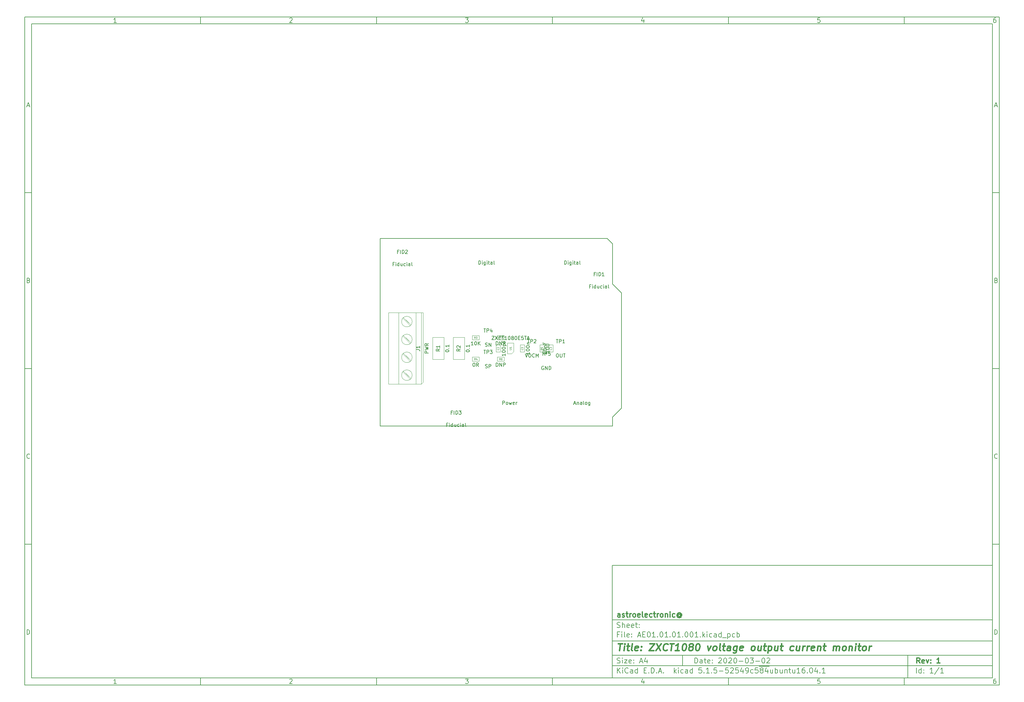
<source format=gbr>
G04 #@! TF.GenerationSoftware,KiCad,Pcbnew,5.1.5-52549c5~84~ubuntu16.04.1*
G04 #@! TF.CreationDate,2020-03-02T18:44:08+01:00*
G04 #@! TF.ProjectId,AE01.01.01.001,41453031-2e30-4312-9e30-312e3030312e,1*
G04 #@! TF.SameCoordinates,Original*
G04 #@! TF.FileFunction,Other,Fab,Top*
%FSLAX46Y46*%
G04 Gerber Fmt 4.6, Leading zero omitted, Abs format (unit mm)*
G04 Created by KiCad (PCBNEW 5.1.5-52549c5~84~ubuntu16.04.1) date 2020-03-02 18:44:08*
%MOMM*%
%LPD*%
G04 APERTURE LIST*
%ADD10C,0.100000*%
%ADD11C,0.150000*%
%ADD12C,0.300000*%
%ADD13C,0.400000*%
%ADD14C,0.080000*%
%ADD15C,0.075000*%
G04 APERTURE END LIST*
D10*
D11*
X177002200Y-166007200D02*
X177002200Y-198007200D01*
X285002200Y-198007200D01*
X285002200Y-166007200D01*
X177002200Y-166007200D01*
D10*
D11*
X10000000Y-10000000D02*
X10000000Y-200007200D01*
X287002200Y-200007200D01*
X287002200Y-10000000D01*
X10000000Y-10000000D01*
D10*
D11*
X12000000Y-12000000D02*
X12000000Y-198007200D01*
X285002200Y-198007200D01*
X285002200Y-12000000D01*
X12000000Y-12000000D01*
D10*
D11*
X60000000Y-12000000D02*
X60000000Y-10000000D01*
D10*
D11*
X110000000Y-12000000D02*
X110000000Y-10000000D01*
D10*
D11*
X160000000Y-12000000D02*
X160000000Y-10000000D01*
D10*
D11*
X210000000Y-12000000D02*
X210000000Y-10000000D01*
D10*
D11*
X260000000Y-12000000D02*
X260000000Y-10000000D01*
D10*
D11*
X36065476Y-11588095D02*
X35322619Y-11588095D01*
X35694047Y-11588095D02*
X35694047Y-10288095D01*
X35570238Y-10473809D01*
X35446428Y-10597619D01*
X35322619Y-10659523D01*
D10*
D11*
X85322619Y-10411904D02*
X85384523Y-10350000D01*
X85508333Y-10288095D01*
X85817857Y-10288095D01*
X85941666Y-10350000D01*
X86003571Y-10411904D01*
X86065476Y-10535714D01*
X86065476Y-10659523D01*
X86003571Y-10845238D01*
X85260714Y-11588095D01*
X86065476Y-11588095D01*
D10*
D11*
X135260714Y-10288095D02*
X136065476Y-10288095D01*
X135632142Y-10783333D01*
X135817857Y-10783333D01*
X135941666Y-10845238D01*
X136003571Y-10907142D01*
X136065476Y-11030952D01*
X136065476Y-11340476D01*
X136003571Y-11464285D01*
X135941666Y-11526190D01*
X135817857Y-11588095D01*
X135446428Y-11588095D01*
X135322619Y-11526190D01*
X135260714Y-11464285D01*
D10*
D11*
X185941666Y-10721428D02*
X185941666Y-11588095D01*
X185632142Y-10226190D02*
X185322619Y-11154761D01*
X186127380Y-11154761D01*
D10*
D11*
X236003571Y-10288095D02*
X235384523Y-10288095D01*
X235322619Y-10907142D01*
X235384523Y-10845238D01*
X235508333Y-10783333D01*
X235817857Y-10783333D01*
X235941666Y-10845238D01*
X236003571Y-10907142D01*
X236065476Y-11030952D01*
X236065476Y-11340476D01*
X236003571Y-11464285D01*
X235941666Y-11526190D01*
X235817857Y-11588095D01*
X235508333Y-11588095D01*
X235384523Y-11526190D01*
X235322619Y-11464285D01*
D10*
D11*
X285941666Y-10288095D02*
X285694047Y-10288095D01*
X285570238Y-10350000D01*
X285508333Y-10411904D01*
X285384523Y-10597619D01*
X285322619Y-10845238D01*
X285322619Y-11340476D01*
X285384523Y-11464285D01*
X285446428Y-11526190D01*
X285570238Y-11588095D01*
X285817857Y-11588095D01*
X285941666Y-11526190D01*
X286003571Y-11464285D01*
X286065476Y-11340476D01*
X286065476Y-11030952D01*
X286003571Y-10907142D01*
X285941666Y-10845238D01*
X285817857Y-10783333D01*
X285570238Y-10783333D01*
X285446428Y-10845238D01*
X285384523Y-10907142D01*
X285322619Y-11030952D01*
D10*
D11*
X60000000Y-198007200D02*
X60000000Y-200007200D01*
D10*
D11*
X110000000Y-198007200D02*
X110000000Y-200007200D01*
D10*
D11*
X160000000Y-198007200D02*
X160000000Y-200007200D01*
D10*
D11*
X210000000Y-198007200D02*
X210000000Y-200007200D01*
D10*
D11*
X260000000Y-198007200D02*
X260000000Y-200007200D01*
D10*
D11*
X36065476Y-199595295D02*
X35322619Y-199595295D01*
X35694047Y-199595295D02*
X35694047Y-198295295D01*
X35570238Y-198481009D01*
X35446428Y-198604819D01*
X35322619Y-198666723D01*
D10*
D11*
X85322619Y-198419104D02*
X85384523Y-198357200D01*
X85508333Y-198295295D01*
X85817857Y-198295295D01*
X85941666Y-198357200D01*
X86003571Y-198419104D01*
X86065476Y-198542914D01*
X86065476Y-198666723D01*
X86003571Y-198852438D01*
X85260714Y-199595295D01*
X86065476Y-199595295D01*
D10*
D11*
X135260714Y-198295295D02*
X136065476Y-198295295D01*
X135632142Y-198790533D01*
X135817857Y-198790533D01*
X135941666Y-198852438D01*
X136003571Y-198914342D01*
X136065476Y-199038152D01*
X136065476Y-199347676D01*
X136003571Y-199471485D01*
X135941666Y-199533390D01*
X135817857Y-199595295D01*
X135446428Y-199595295D01*
X135322619Y-199533390D01*
X135260714Y-199471485D01*
D10*
D11*
X185941666Y-198728628D02*
X185941666Y-199595295D01*
X185632142Y-198233390D02*
X185322619Y-199161961D01*
X186127380Y-199161961D01*
D10*
D11*
X236003571Y-198295295D02*
X235384523Y-198295295D01*
X235322619Y-198914342D01*
X235384523Y-198852438D01*
X235508333Y-198790533D01*
X235817857Y-198790533D01*
X235941666Y-198852438D01*
X236003571Y-198914342D01*
X236065476Y-199038152D01*
X236065476Y-199347676D01*
X236003571Y-199471485D01*
X235941666Y-199533390D01*
X235817857Y-199595295D01*
X235508333Y-199595295D01*
X235384523Y-199533390D01*
X235322619Y-199471485D01*
D10*
D11*
X285941666Y-198295295D02*
X285694047Y-198295295D01*
X285570238Y-198357200D01*
X285508333Y-198419104D01*
X285384523Y-198604819D01*
X285322619Y-198852438D01*
X285322619Y-199347676D01*
X285384523Y-199471485D01*
X285446428Y-199533390D01*
X285570238Y-199595295D01*
X285817857Y-199595295D01*
X285941666Y-199533390D01*
X286003571Y-199471485D01*
X286065476Y-199347676D01*
X286065476Y-199038152D01*
X286003571Y-198914342D01*
X285941666Y-198852438D01*
X285817857Y-198790533D01*
X285570238Y-198790533D01*
X285446428Y-198852438D01*
X285384523Y-198914342D01*
X285322619Y-199038152D01*
D10*
D11*
X10000000Y-60000000D02*
X12000000Y-60000000D01*
D10*
D11*
X10000000Y-110000000D02*
X12000000Y-110000000D01*
D10*
D11*
X10000000Y-160000000D02*
X12000000Y-160000000D01*
D10*
D11*
X10690476Y-35216666D02*
X11309523Y-35216666D01*
X10566666Y-35588095D02*
X11000000Y-34288095D01*
X11433333Y-35588095D01*
D10*
D11*
X11092857Y-84907142D02*
X11278571Y-84969047D01*
X11340476Y-85030952D01*
X11402380Y-85154761D01*
X11402380Y-85340476D01*
X11340476Y-85464285D01*
X11278571Y-85526190D01*
X11154761Y-85588095D01*
X10659523Y-85588095D01*
X10659523Y-84288095D01*
X11092857Y-84288095D01*
X11216666Y-84350000D01*
X11278571Y-84411904D01*
X11340476Y-84535714D01*
X11340476Y-84659523D01*
X11278571Y-84783333D01*
X11216666Y-84845238D01*
X11092857Y-84907142D01*
X10659523Y-84907142D01*
D10*
D11*
X11402380Y-135464285D02*
X11340476Y-135526190D01*
X11154761Y-135588095D01*
X11030952Y-135588095D01*
X10845238Y-135526190D01*
X10721428Y-135402380D01*
X10659523Y-135278571D01*
X10597619Y-135030952D01*
X10597619Y-134845238D01*
X10659523Y-134597619D01*
X10721428Y-134473809D01*
X10845238Y-134350000D01*
X11030952Y-134288095D01*
X11154761Y-134288095D01*
X11340476Y-134350000D01*
X11402380Y-134411904D01*
D10*
D11*
X10659523Y-185588095D02*
X10659523Y-184288095D01*
X10969047Y-184288095D01*
X11154761Y-184350000D01*
X11278571Y-184473809D01*
X11340476Y-184597619D01*
X11402380Y-184845238D01*
X11402380Y-185030952D01*
X11340476Y-185278571D01*
X11278571Y-185402380D01*
X11154761Y-185526190D01*
X10969047Y-185588095D01*
X10659523Y-185588095D01*
D10*
D11*
X287002200Y-60000000D02*
X285002200Y-60000000D01*
D10*
D11*
X287002200Y-110000000D02*
X285002200Y-110000000D01*
D10*
D11*
X287002200Y-160000000D02*
X285002200Y-160000000D01*
D10*
D11*
X285692676Y-35216666D02*
X286311723Y-35216666D01*
X285568866Y-35588095D02*
X286002200Y-34288095D01*
X286435533Y-35588095D01*
D10*
D11*
X286095057Y-84907142D02*
X286280771Y-84969047D01*
X286342676Y-85030952D01*
X286404580Y-85154761D01*
X286404580Y-85340476D01*
X286342676Y-85464285D01*
X286280771Y-85526190D01*
X286156961Y-85588095D01*
X285661723Y-85588095D01*
X285661723Y-84288095D01*
X286095057Y-84288095D01*
X286218866Y-84350000D01*
X286280771Y-84411904D01*
X286342676Y-84535714D01*
X286342676Y-84659523D01*
X286280771Y-84783333D01*
X286218866Y-84845238D01*
X286095057Y-84907142D01*
X285661723Y-84907142D01*
D10*
D11*
X286404580Y-135464285D02*
X286342676Y-135526190D01*
X286156961Y-135588095D01*
X286033152Y-135588095D01*
X285847438Y-135526190D01*
X285723628Y-135402380D01*
X285661723Y-135278571D01*
X285599819Y-135030952D01*
X285599819Y-134845238D01*
X285661723Y-134597619D01*
X285723628Y-134473809D01*
X285847438Y-134350000D01*
X286033152Y-134288095D01*
X286156961Y-134288095D01*
X286342676Y-134350000D01*
X286404580Y-134411904D01*
D10*
D11*
X285661723Y-185588095D02*
X285661723Y-184288095D01*
X285971247Y-184288095D01*
X286156961Y-184350000D01*
X286280771Y-184473809D01*
X286342676Y-184597619D01*
X286404580Y-184845238D01*
X286404580Y-185030952D01*
X286342676Y-185278571D01*
X286280771Y-185402380D01*
X286156961Y-185526190D01*
X285971247Y-185588095D01*
X285661723Y-185588095D01*
D10*
D11*
X200434342Y-193785771D02*
X200434342Y-192285771D01*
X200791485Y-192285771D01*
X201005771Y-192357200D01*
X201148628Y-192500057D01*
X201220057Y-192642914D01*
X201291485Y-192928628D01*
X201291485Y-193142914D01*
X201220057Y-193428628D01*
X201148628Y-193571485D01*
X201005771Y-193714342D01*
X200791485Y-193785771D01*
X200434342Y-193785771D01*
X202577200Y-193785771D02*
X202577200Y-193000057D01*
X202505771Y-192857200D01*
X202362914Y-192785771D01*
X202077200Y-192785771D01*
X201934342Y-192857200D01*
X202577200Y-193714342D02*
X202434342Y-193785771D01*
X202077200Y-193785771D01*
X201934342Y-193714342D01*
X201862914Y-193571485D01*
X201862914Y-193428628D01*
X201934342Y-193285771D01*
X202077200Y-193214342D01*
X202434342Y-193214342D01*
X202577200Y-193142914D01*
X203077200Y-192785771D02*
X203648628Y-192785771D01*
X203291485Y-192285771D02*
X203291485Y-193571485D01*
X203362914Y-193714342D01*
X203505771Y-193785771D01*
X203648628Y-193785771D01*
X204720057Y-193714342D02*
X204577200Y-193785771D01*
X204291485Y-193785771D01*
X204148628Y-193714342D01*
X204077200Y-193571485D01*
X204077200Y-193000057D01*
X204148628Y-192857200D01*
X204291485Y-192785771D01*
X204577200Y-192785771D01*
X204720057Y-192857200D01*
X204791485Y-193000057D01*
X204791485Y-193142914D01*
X204077200Y-193285771D01*
X205434342Y-193642914D02*
X205505771Y-193714342D01*
X205434342Y-193785771D01*
X205362914Y-193714342D01*
X205434342Y-193642914D01*
X205434342Y-193785771D01*
X205434342Y-192857200D02*
X205505771Y-192928628D01*
X205434342Y-193000057D01*
X205362914Y-192928628D01*
X205434342Y-192857200D01*
X205434342Y-193000057D01*
X207220057Y-192428628D02*
X207291485Y-192357200D01*
X207434342Y-192285771D01*
X207791485Y-192285771D01*
X207934342Y-192357200D01*
X208005771Y-192428628D01*
X208077200Y-192571485D01*
X208077200Y-192714342D01*
X208005771Y-192928628D01*
X207148628Y-193785771D01*
X208077200Y-193785771D01*
X209005771Y-192285771D02*
X209148628Y-192285771D01*
X209291485Y-192357200D01*
X209362914Y-192428628D01*
X209434342Y-192571485D01*
X209505771Y-192857200D01*
X209505771Y-193214342D01*
X209434342Y-193500057D01*
X209362914Y-193642914D01*
X209291485Y-193714342D01*
X209148628Y-193785771D01*
X209005771Y-193785771D01*
X208862914Y-193714342D01*
X208791485Y-193642914D01*
X208720057Y-193500057D01*
X208648628Y-193214342D01*
X208648628Y-192857200D01*
X208720057Y-192571485D01*
X208791485Y-192428628D01*
X208862914Y-192357200D01*
X209005771Y-192285771D01*
X210077200Y-192428628D02*
X210148628Y-192357200D01*
X210291485Y-192285771D01*
X210648628Y-192285771D01*
X210791485Y-192357200D01*
X210862914Y-192428628D01*
X210934342Y-192571485D01*
X210934342Y-192714342D01*
X210862914Y-192928628D01*
X210005771Y-193785771D01*
X210934342Y-193785771D01*
X211862914Y-192285771D02*
X212005771Y-192285771D01*
X212148628Y-192357200D01*
X212220057Y-192428628D01*
X212291485Y-192571485D01*
X212362914Y-192857200D01*
X212362914Y-193214342D01*
X212291485Y-193500057D01*
X212220057Y-193642914D01*
X212148628Y-193714342D01*
X212005771Y-193785771D01*
X211862914Y-193785771D01*
X211720057Y-193714342D01*
X211648628Y-193642914D01*
X211577200Y-193500057D01*
X211505771Y-193214342D01*
X211505771Y-192857200D01*
X211577200Y-192571485D01*
X211648628Y-192428628D01*
X211720057Y-192357200D01*
X211862914Y-192285771D01*
X213005771Y-193214342D02*
X214148628Y-193214342D01*
X215148628Y-192285771D02*
X215291485Y-192285771D01*
X215434342Y-192357200D01*
X215505771Y-192428628D01*
X215577200Y-192571485D01*
X215648628Y-192857200D01*
X215648628Y-193214342D01*
X215577200Y-193500057D01*
X215505771Y-193642914D01*
X215434342Y-193714342D01*
X215291485Y-193785771D01*
X215148628Y-193785771D01*
X215005771Y-193714342D01*
X214934342Y-193642914D01*
X214862914Y-193500057D01*
X214791485Y-193214342D01*
X214791485Y-192857200D01*
X214862914Y-192571485D01*
X214934342Y-192428628D01*
X215005771Y-192357200D01*
X215148628Y-192285771D01*
X216148628Y-192285771D02*
X217077200Y-192285771D01*
X216577200Y-192857200D01*
X216791485Y-192857200D01*
X216934342Y-192928628D01*
X217005771Y-193000057D01*
X217077200Y-193142914D01*
X217077200Y-193500057D01*
X217005771Y-193642914D01*
X216934342Y-193714342D01*
X216791485Y-193785771D01*
X216362914Y-193785771D01*
X216220057Y-193714342D01*
X216148628Y-193642914D01*
X217720057Y-193214342D02*
X218862914Y-193214342D01*
X219862914Y-192285771D02*
X220005771Y-192285771D01*
X220148628Y-192357200D01*
X220220057Y-192428628D01*
X220291485Y-192571485D01*
X220362914Y-192857200D01*
X220362914Y-193214342D01*
X220291485Y-193500057D01*
X220220057Y-193642914D01*
X220148628Y-193714342D01*
X220005771Y-193785771D01*
X219862914Y-193785771D01*
X219720057Y-193714342D01*
X219648628Y-193642914D01*
X219577200Y-193500057D01*
X219505771Y-193214342D01*
X219505771Y-192857200D01*
X219577200Y-192571485D01*
X219648628Y-192428628D01*
X219720057Y-192357200D01*
X219862914Y-192285771D01*
X220934342Y-192428628D02*
X221005771Y-192357200D01*
X221148628Y-192285771D01*
X221505771Y-192285771D01*
X221648628Y-192357200D01*
X221720057Y-192428628D01*
X221791485Y-192571485D01*
X221791485Y-192714342D01*
X221720057Y-192928628D01*
X220862914Y-193785771D01*
X221791485Y-193785771D01*
D10*
D11*
X177002200Y-194507200D02*
X285002200Y-194507200D01*
D10*
D11*
X178434342Y-196585771D02*
X178434342Y-195085771D01*
X179291485Y-196585771D02*
X178648628Y-195728628D01*
X179291485Y-195085771D02*
X178434342Y-195942914D01*
X179934342Y-196585771D02*
X179934342Y-195585771D01*
X179934342Y-195085771D02*
X179862914Y-195157200D01*
X179934342Y-195228628D01*
X180005771Y-195157200D01*
X179934342Y-195085771D01*
X179934342Y-195228628D01*
X181505771Y-196442914D02*
X181434342Y-196514342D01*
X181220057Y-196585771D01*
X181077200Y-196585771D01*
X180862914Y-196514342D01*
X180720057Y-196371485D01*
X180648628Y-196228628D01*
X180577200Y-195942914D01*
X180577200Y-195728628D01*
X180648628Y-195442914D01*
X180720057Y-195300057D01*
X180862914Y-195157200D01*
X181077200Y-195085771D01*
X181220057Y-195085771D01*
X181434342Y-195157200D01*
X181505771Y-195228628D01*
X182791485Y-196585771D02*
X182791485Y-195800057D01*
X182720057Y-195657200D01*
X182577200Y-195585771D01*
X182291485Y-195585771D01*
X182148628Y-195657200D01*
X182791485Y-196514342D02*
X182648628Y-196585771D01*
X182291485Y-196585771D01*
X182148628Y-196514342D01*
X182077200Y-196371485D01*
X182077200Y-196228628D01*
X182148628Y-196085771D01*
X182291485Y-196014342D01*
X182648628Y-196014342D01*
X182791485Y-195942914D01*
X184148628Y-196585771D02*
X184148628Y-195085771D01*
X184148628Y-196514342D02*
X184005771Y-196585771D01*
X183720057Y-196585771D01*
X183577200Y-196514342D01*
X183505771Y-196442914D01*
X183434342Y-196300057D01*
X183434342Y-195871485D01*
X183505771Y-195728628D01*
X183577200Y-195657200D01*
X183720057Y-195585771D01*
X184005771Y-195585771D01*
X184148628Y-195657200D01*
X186005771Y-195800057D02*
X186505771Y-195800057D01*
X186720057Y-196585771D02*
X186005771Y-196585771D01*
X186005771Y-195085771D01*
X186720057Y-195085771D01*
X187362914Y-196442914D02*
X187434342Y-196514342D01*
X187362914Y-196585771D01*
X187291485Y-196514342D01*
X187362914Y-196442914D01*
X187362914Y-196585771D01*
X188077200Y-196585771D02*
X188077200Y-195085771D01*
X188434342Y-195085771D01*
X188648628Y-195157200D01*
X188791485Y-195300057D01*
X188862914Y-195442914D01*
X188934342Y-195728628D01*
X188934342Y-195942914D01*
X188862914Y-196228628D01*
X188791485Y-196371485D01*
X188648628Y-196514342D01*
X188434342Y-196585771D01*
X188077200Y-196585771D01*
X189577200Y-196442914D02*
X189648628Y-196514342D01*
X189577200Y-196585771D01*
X189505771Y-196514342D01*
X189577200Y-196442914D01*
X189577200Y-196585771D01*
X190220057Y-196157200D02*
X190934342Y-196157200D01*
X190077200Y-196585771D02*
X190577200Y-195085771D01*
X191077200Y-196585771D01*
X191577200Y-196442914D02*
X191648628Y-196514342D01*
X191577200Y-196585771D01*
X191505771Y-196514342D01*
X191577200Y-196442914D01*
X191577200Y-196585771D01*
X194577200Y-196585771D02*
X194577200Y-195085771D01*
X194720057Y-196014342D02*
X195148628Y-196585771D01*
X195148628Y-195585771D02*
X194577200Y-196157200D01*
X195791485Y-196585771D02*
X195791485Y-195585771D01*
X195791485Y-195085771D02*
X195720057Y-195157200D01*
X195791485Y-195228628D01*
X195862914Y-195157200D01*
X195791485Y-195085771D01*
X195791485Y-195228628D01*
X197148628Y-196514342D02*
X197005771Y-196585771D01*
X196720057Y-196585771D01*
X196577200Y-196514342D01*
X196505771Y-196442914D01*
X196434342Y-196300057D01*
X196434342Y-195871485D01*
X196505771Y-195728628D01*
X196577200Y-195657200D01*
X196720057Y-195585771D01*
X197005771Y-195585771D01*
X197148628Y-195657200D01*
X198434342Y-196585771D02*
X198434342Y-195800057D01*
X198362914Y-195657200D01*
X198220057Y-195585771D01*
X197934342Y-195585771D01*
X197791485Y-195657200D01*
X198434342Y-196514342D02*
X198291485Y-196585771D01*
X197934342Y-196585771D01*
X197791485Y-196514342D01*
X197720057Y-196371485D01*
X197720057Y-196228628D01*
X197791485Y-196085771D01*
X197934342Y-196014342D01*
X198291485Y-196014342D01*
X198434342Y-195942914D01*
X199791485Y-196585771D02*
X199791485Y-195085771D01*
X199791485Y-196514342D02*
X199648628Y-196585771D01*
X199362914Y-196585771D01*
X199220057Y-196514342D01*
X199148628Y-196442914D01*
X199077200Y-196300057D01*
X199077200Y-195871485D01*
X199148628Y-195728628D01*
X199220057Y-195657200D01*
X199362914Y-195585771D01*
X199648628Y-195585771D01*
X199791485Y-195657200D01*
X202362914Y-195085771D02*
X201648628Y-195085771D01*
X201577200Y-195800057D01*
X201648628Y-195728628D01*
X201791485Y-195657200D01*
X202148628Y-195657200D01*
X202291485Y-195728628D01*
X202362914Y-195800057D01*
X202434342Y-195942914D01*
X202434342Y-196300057D01*
X202362914Y-196442914D01*
X202291485Y-196514342D01*
X202148628Y-196585771D01*
X201791485Y-196585771D01*
X201648628Y-196514342D01*
X201577200Y-196442914D01*
X203077200Y-196442914D02*
X203148628Y-196514342D01*
X203077200Y-196585771D01*
X203005771Y-196514342D01*
X203077200Y-196442914D01*
X203077200Y-196585771D01*
X204577200Y-196585771D02*
X203720057Y-196585771D01*
X204148628Y-196585771D02*
X204148628Y-195085771D01*
X204005771Y-195300057D01*
X203862914Y-195442914D01*
X203720057Y-195514342D01*
X205220057Y-196442914D02*
X205291485Y-196514342D01*
X205220057Y-196585771D01*
X205148628Y-196514342D01*
X205220057Y-196442914D01*
X205220057Y-196585771D01*
X206648628Y-195085771D02*
X205934342Y-195085771D01*
X205862914Y-195800057D01*
X205934342Y-195728628D01*
X206077200Y-195657200D01*
X206434342Y-195657200D01*
X206577200Y-195728628D01*
X206648628Y-195800057D01*
X206720057Y-195942914D01*
X206720057Y-196300057D01*
X206648628Y-196442914D01*
X206577200Y-196514342D01*
X206434342Y-196585771D01*
X206077200Y-196585771D01*
X205934342Y-196514342D01*
X205862914Y-196442914D01*
X207362914Y-196014342D02*
X208505771Y-196014342D01*
X209934342Y-195085771D02*
X209220057Y-195085771D01*
X209148628Y-195800057D01*
X209220057Y-195728628D01*
X209362914Y-195657200D01*
X209720057Y-195657200D01*
X209862914Y-195728628D01*
X209934342Y-195800057D01*
X210005771Y-195942914D01*
X210005771Y-196300057D01*
X209934342Y-196442914D01*
X209862914Y-196514342D01*
X209720057Y-196585771D01*
X209362914Y-196585771D01*
X209220057Y-196514342D01*
X209148628Y-196442914D01*
X210577200Y-195228628D02*
X210648628Y-195157200D01*
X210791485Y-195085771D01*
X211148628Y-195085771D01*
X211291485Y-195157200D01*
X211362914Y-195228628D01*
X211434342Y-195371485D01*
X211434342Y-195514342D01*
X211362914Y-195728628D01*
X210505771Y-196585771D01*
X211434342Y-196585771D01*
X212791485Y-195085771D02*
X212077200Y-195085771D01*
X212005771Y-195800057D01*
X212077200Y-195728628D01*
X212220057Y-195657200D01*
X212577200Y-195657200D01*
X212720057Y-195728628D01*
X212791485Y-195800057D01*
X212862914Y-195942914D01*
X212862914Y-196300057D01*
X212791485Y-196442914D01*
X212720057Y-196514342D01*
X212577200Y-196585771D01*
X212220057Y-196585771D01*
X212077200Y-196514342D01*
X212005771Y-196442914D01*
X214148628Y-195585771D02*
X214148628Y-196585771D01*
X213791485Y-195014342D02*
X213434342Y-196085771D01*
X214362914Y-196085771D01*
X215005771Y-196585771D02*
X215291485Y-196585771D01*
X215434342Y-196514342D01*
X215505771Y-196442914D01*
X215648628Y-196228628D01*
X215720057Y-195942914D01*
X215720057Y-195371485D01*
X215648628Y-195228628D01*
X215577200Y-195157200D01*
X215434342Y-195085771D01*
X215148628Y-195085771D01*
X215005771Y-195157200D01*
X214934342Y-195228628D01*
X214862914Y-195371485D01*
X214862914Y-195728628D01*
X214934342Y-195871485D01*
X215005771Y-195942914D01*
X215148628Y-196014342D01*
X215434342Y-196014342D01*
X215577200Y-195942914D01*
X215648628Y-195871485D01*
X215720057Y-195728628D01*
X217005771Y-196514342D02*
X216862914Y-196585771D01*
X216577200Y-196585771D01*
X216434342Y-196514342D01*
X216362914Y-196442914D01*
X216291485Y-196300057D01*
X216291485Y-195871485D01*
X216362914Y-195728628D01*
X216434342Y-195657200D01*
X216577200Y-195585771D01*
X216862914Y-195585771D01*
X217005771Y-195657200D01*
X218362914Y-195085771D02*
X217648628Y-195085771D01*
X217577200Y-195800057D01*
X217648628Y-195728628D01*
X217791485Y-195657200D01*
X218148628Y-195657200D01*
X218291485Y-195728628D01*
X218362914Y-195800057D01*
X218434342Y-195942914D01*
X218434342Y-196300057D01*
X218362914Y-196442914D01*
X218291485Y-196514342D01*
X218148628Y-196585771D01*
X217791485Y-196585771D01*
X217648628Y-196514342D01*
X217577200Y-196442914D01*
X218720057Y-194677200D02*
X220148628Y-194677200D01*
X219291485Y-195728628D02*
X219148628Y-195657200D01*
X219077200Y-195585771D01*
X219005771Y-195442914D01*
X219005771Y-195371485D01*
X219077200Y-195228628D01*
X219148628Y-195157200D01*
X219291485Y-195085771D01*
X219577200Y-195085771D01*
X219720057Y-195157200D01*
X219791485Y-195228628D01*
X219862914Y-195371485D01*
X219862914Y-195442914D01*
X219791485Y-195585771D01*
X219720057Y-195657200D01*
X219577200Y-195728628D01*
X219291485Y-195728628D01*
X219148628Y-195800057D01*
X219077200Y-195871485D01*
X219005771Y-196014342D01*
X219005771Y-196300057D01*
X219077200Y-196442914D01*
X219148628Y-196514342D01*
X219291485Y-196585771D01*
X219577200Y-196585771D01*
X219720057Y-196514342D01*
X219791485Y-196442914D01*
X219862914Y-196300057D01*
X219862914Y-196014342D01*
X219791485Y-195871485D01*
X219720057Y-195800057D01*
X219577200Y-195728628D01*
X220148628Y-194677200D02*
X221577199Y-194677200D01*
X221148628Y-195585771D02*
X221148628Y-196585771D01*
X220791485Y-195014342D02*
X220434342Y-196085771D01*
X221362914Y-196085771D01*
X222577199Y-195585771D02*
X222577199Y-196585771D01*
X221934342Y-195585771D02*
X221934342Y-196371485D01*
X222005771Y-196514342D01*
X222148628Y-196585771D01*
X222362914Y-196585771D01*
X222505771Y-196514342D01*
X222577199Y-196442914D01*
X223291485Y-196585771D02*
X223291485Y-195085771D01*
X223291485Y-195657200D02*
X223434342Y-195585771D01*
X223720057Y-195585771D01*
X223862914Y-195657200D01*
X223934342Y-195728628D01*
X224005771Y-195871485D01*
X224005771Y-196300057D01*
X223934342Y-196442914D01*
X223862914Y-196514342D01*
X223720057Y-196585771D01*
X223434342Y-196585771D01*
X223291485Y-196514342D01*
X225291485Y-195585771D02*
X225291485Y-196585771D01*
X224648628Y-195585771D02*
X224648628Y-196371485D01*
X224720057Y-196514342D01*
X224862914Y-196585771D01*
X225077199Y-196585771D01*
X225220057Y-196514342D01*
X225291485Y-196442914D01*
X226005771Y-195585771D02*
X226005771Y-196585771D01*
X226005771Y-195728628D02*
X226077199Y-195657200D01*
X226220057Y-195585771D01*
X226434342Y-195585771D01*
X226577199Y-195657200D01*
X226648628Y-195800057D01*
X226648628Y-196585771D01*
X227148628Y-195585771D02*
X227720057Y-195585771D01*
X227362914Y-195085771D02*
X227362914Y-196371485D01*
X227434342Y-196514342D01*
X227577200Y-196585771D01*
X227720057Y-196585771D01*
X228862914Y-195585771D02*
X228862914Y-196585771D01*
X228220057Y-195585771D02*
X228220057Y-196371485D01*
X228291485Y-196514342D01*
X228434342Y-196585771D01*
X228648628Y-196585771D01*
X228791485Y-196514342D01*
X228862914Y-196442914D01*
X230362914Y-196585771D02*
X229505771Y-196585771D01*
X229934342Y-196585771D02*
X229934342Y-195085771D01*
X229791485Y-195300057D01*
X229648628Y-195442914D01*
X229505771Y-195514342D01*
X231648628Y-195085771D02*
X231362914Y-195085771D01*
X231220057Y-195157200D01*
X231148628Y-195228628D01*
X231005771Y-195442914D01*
X230934342Y-195728628D01*
X230934342Y-196300057D01*
X231005771Y-196442914D01*
X231077199Y-196514342D01*
X231220057Y-196585771D01*
X231505771Y-196585771D01*
X231648628Y-196514342D01*
X231720057Y-196442914D01*
X231791485Y-196300057D01*
X231791485Y-195942914D01*
X231720057Y-195800057D01*
X231648628Y-195728628D01*
X231505771Y-195657200D01*
X231220057Y-195657200D01*
X231077199Y-195728628D01*
X231005771Y-195800057D01*
X230934342Y-195942914D01*
X232434342Y-196442914D02*
X232505771Y-196514342D01*
X232434342Y-196585771D01*
X232362914Y-196514342D01*
X232434342Y-196442914D01*
X232434342Y-196585771D01*
X233434342Y-195085771D02*
X233577199Y-195085771D01*
X233720057Y-195157200D01*
X233791485Y-195228628D01*
X233862914Y-195371485D01*
X233934342Y-195657200D01*
X233934342Y-196014342D01*
X233862914Y-196300057D01*
X233791485Y-196442914D01*
X233720057Y-196514342D01*
X233577199Y-196585771D01*
X233434342Y-196585771D01*
X233291485Y-196514342D01*
X233220057Y-196442914D01*
X233148628Y-196300057D01*
X233077199Y-196014342D01*
X233077199Y-195657200D01*
X233148628Y-195371485D01*
X233220057Y-195228628D01*
X233291485Y-195157200D01*
X233434342Y-195085771D01*
X235220057Y-195585771D02*
X235220057Y-196585771D01*
X234862914Y-195014342D02*
X234505771Y-196085771D01*
X235434342Y-196085771D01*
X236005771Y-196442914D02*
X236077199Y-196514342D01*
X236005771Y-196585771D01*
X235934342Y-196514342D01*
X236005771Y-196442914D01*
X236005771Y-196585771D01*
X237505771Y-196585771D02*
X236648628Y-196585771D01*
X237077199Y-196585771D02*
X237077199Y-195085771D01*
X236934342Y-195300057D01*
X236791485Y-195442914D01*
X236648628Y-195514342D01*
D10*
D11*
X177002200Y-191507200D02*
X285002200Y-191507200D01*
D10*
D12*
X264411485Y-193785771D02*
X263911485Y-193071485D01*
X263554342Y-193785771D02*
X263554342Y-192285771D01*
X264125771Y-192285771D01*
X264268628Y-192357200D01*
X264340057Y-192428628D01*
X264411485Y-192571485D01*
X264411485Y-192785771D01*
X264340057Y-192928628D01*
X264268628Y-193000057D01*
X264125771Y-193071485D01*
X263554342Y-193071485D01*
X265625771Y-193714342D02*
X265482914Y-193785771D01*
X265197200Y-193785771D01*
X265054342Y-193714342D01*
X264982914Y-193571485D01*
X264982914Y-193000057D01*
X265054342Y-192857200D01*
X265197200Y-192785771D01*
X265482914Y-192785771D01*
X265625771Y-192857200D01*
X265697200Y-193000057D01*
X265697200Y-193142914D01*
X264982914Y-193285771D01*
X266197200Y-192785771D02*
X266554342Y-193785771D01*
X266911485Y-192785771D01*
X267482914Y-193642914D02*
X267554342Y-193714342D01*
X267482914Y-193785771D01*
X267411485Y-193714342D01*
X267482914Y-193642914D01*
X267482914Y-193785771D01*
X267482914Y-192857200D02*
X267554342Y-192928628D01*
X267482914Y-193000057D01*
X267411485Y-192928628D01*
X267482914Y-192857200D01*
X267482914Y-193000057D01*
X270125771Y-193785771D02*
X269268628Y-193785771D01*
X269697200Y-193785771D02*
X269697200Y-192285771D01*
X269554342Y-192500057D01*
X269411485Y-192642914D01*
X269268628Y-192714342D01*
D10*
D11*
X178362914Y-193714342D02*
X178577200Y-193785771D01*
X178934342Y-193785771D01*
X179077200Y-193714342D01*
X179148628Y-193642914D01*
X179220057Y-193500057D01*
X179220057Y-193357200D01*
X179148628Y-193214342D01*
X179077200Y-193142914D01*
X178934342Y-193071485D01*
X178648628Y-193000057D01*
X178505771Y-192928628D01*
X178434342Y-192857200D01*
X178362914Y-192714342D01*
X178362914Y-192571485D01*
X178434342Y-192428628D01*
X178505771Y-192357200D01*
X178648628Y-192285771D01*
X179005771Y-192285771D01*
X179220057Y-192357200D01*
X179862914Y-193785771D02*
X179862914Y-192785771D01*
X179862914Y-192285771D02*
X179791485Y-192357200D01*
X179862914Y-192428628D01*
X179934342Y-192357200D01*
X179862914Y-192285771D01*
X179862914Y-192428628D01*
X180434342Y-192785771D02*
X181220057Y-192785771D01*
X180434342Y-193785771D01*
X181220057Y-193785771D01*
X182362914Y-193714342D02*
X182220057Y-193785771D01*
X181934342Y-193785771D01*
X181791485Y-193714342D01*
X181720057Y-193571485D01*
X181720057Y-193000057D01*
X181791485Y-192857200D01*
X181934342Y-192785771D01*
X182220057Y-192785771D01*
X182362914Y-192857200D01*
X182434342Y-193000057D01*
X182434342Y-193142914D01*
X181720057Y-193285771D01*
X183077200Y-193642914D02*
X183148628Y-193714342D01*
X183077200Y-193785771D01*
X183005771Y-193714342D01*
X183077200Y-193642914D01*
X183077200Y-193785771D01*
X183077200Y-192857200D02*
X183148628Y-192928628D01*
X183077200Y-193000057D01*
X183005771Y-192928628D01*
X183077200Y-192857200D01*
X183077200Y-193000057D01*
X184862914Y-193357200D02*
X185577200Y-193357200D01*
X184720057Y-193785771D02*
X185220057Y-192285771D01*
X185720057Y-193785771D01*
X186862914Y-192785771D02*
X186862914Y-193785771D01*
X186505771Y-192214342D02*
X186148628Y-193285771D01*
X187077200Y-193285771D01*
D10*
D11*
X263434342Y-196585771D02*
X263434342Y-195085771D01*
X264791485Y-196585771D02*
X264791485Y-195085771D01*
X264791485Y-196514342D02*
X264648628Y-196585771D01*
X264362914Y-196585771D01*
X264220057Y-196514342D01*
X264148628Y-196442914D01*
X264077200Y-196300057D01*
X264077200Y-195871485D01*
X264148628Y-195728628D01*
X264220057Y-195657200D01*
X264362914Y-195585771D01*
X264648628Y-195585771D01*
X264791485Y-195657200D01*
X265505771Y-196442914D02*
X265577200Y-196514342D01*
X265505771Y-196585771D01*
X265434342Y-196514342D01*
X265505771Y-196442914D01*
X265505771Y-196585771D01*
X265505771Y-195657200D02*
X265577200Y-195728628D01*
X265505771Y-195800057D01*
X265434342Y-195728628D01*
X265505771Y-195657200D01*
X265505771Y-195800057D01*
X268148628Y-196585771D02*
X267291485Y-196585771D01*
X267720057Y-196585771D02*
X267720057Y-195085771D01*
X267577200Y-195300057D01*
X267434342Y-195442914D01*
X267291485Y-195514342D01*
X269862914Y-195014342D02*
X268577200Y-196942914D01*
X271148628Y-196585771D02*
X270291485Y-196585771D01*
X270720057Y-196585771D02*
X270720057Y-195085771D01*
X270577200Y-195300057D01*
X270434342Y-195442914D01*
X270291485Y-195514342D01*
D10*
D11*
X177002200Y-187507200D02*
X285002200Y-187507200D01*
D10*
D13*
X178714580Y-188211961D02*
X179857438Y-188211961D01*
X179036009Y-190211961D02*
X179286009Y-188211961D01*
X180274104Y-190211961D02*
X180440771Y-188878628D01*
X180524104Y-188211961D02*
X180416961Y-188307200D01*
X180500295Y-188402438D01*
X180607438Y-188307200D01*
X180524104Y-188211961D01*
X180500295Y-188402438D01*
X181107438Y-188878628D02*
X181869342Y-188878628D01*
X181476485Y-188211961D02*
X181262200Y-189926247D01*
X181333628Y-190116723D01*
X181512200Y-190211961D01*
X181702676Y-190211961D01*
X182655057Y-190211961D02*
X182476485Y-190116723D01*
X182405057Y-189926247D01*
X182619342Y-188211961D01*
X184190771Y-190116723D02*
X183988390Y-190211961D01*
X183607438Y-190211961D01*
X183428866Y-190116723D01*
X183357438Y-189926247D01*
X183452676Y-189164342D01*
X183571723Y-188973866D01*
X183774104Y-188878628D01*
X184155057Y-188878628D01*
X184333628Y-188973866D01*
X184405057Y-189164342D01*
X184381247Y-189354819D01*
X183405057Y-189545295D01*
X185155057Y-190021485D02*
X185238390Y-190116723D01*
X185131247Y-190211961D01*
X185047914Y-190116723D01*
X185155057Y-190021485D01*
X185131247Y-190211961D01*
X185286009Y-188973866D02*
X185369342Y-189069104D01*
X185262200Y-189164342D01*
X185178866Y-189069104D01*
X185286009Y-188973866D01*
X185262200Y-189164342D01*
X187666961Y-188211961D02*
X189000295Y-188211961D01*
X187416961Y-190211961D01*
X188750295Y-190211961D01*
X189571723Y-188211961D02*
X190655057Y-190211961D01*
X190905057Y-188211961D02*
X189321723Y-190211961D01*
X192583628Y-190021485D02*
X192476485Y-190116723D01*
X192178866Y-190211961D01*
X191988390Y-190211961D01*
X191714580Y-190116723D01*
X191547914Y-189926247D01*
X191476485Y-189735771D01*
X191428866Y-189354819D01*
X191464580Y-189069104D01*
X191607438Y-188688152D01*
X191726485Y-188497676D01*
X191940771Y-188307200D01*
X192238390Y-188211961D01*
X192428866Y-188211961D01*
X192702676Y-188307200D01*
X192786009Y-188402438D01*
X193381247Y-188211961D02*
X194524104Y-188211961D01*
X193702676Y-190211961D02*
X193952676Y-188211961D01*
X195988390Y-190211961D02*
X194845533Y-190211961D01*
X195416961Y-190211961D02*
X195666961Y-188211961D01*
X195440771Y-188497676D01*
X195226485Y-188688152D01*
X195024104Y-188783390D01*
X197476485Y-188211961D02*
X197666961Y-188211961D01*
X197845533Y-188307200D01*
X197928866Y-188402438D01*
X198000295Y-188592914D01*
X198047914Y-188973866D01*
X197988390Y-189450057D01*
X197845533Y-189831009D01*
X197726485Y-190021485D01*
X197619342Y-190116723D01*
X197416961Y-190211961D01*
X197226485Y-190211961D01*
X197047914Y-190116723D01*
X196964580Y-190021485D01*
X196893152Y-189831009D01*
X196845533Y-189450057D01*
X196905057Y-188973866D01*
X197047914Y-188592914D01*
X197166961Y-188402438D01*
X197274104Y-188307200D01*
X197476485Y-188211961D01*
X199178866Y-189069104D02*
X199000295Y-188973866D01*
X198916961Y-188878628D01*
X198845533Y-188688152D01*
X198857438Y-188592914D01*
X198976485Y-188402438D01*
X199083628Y-188307200D01*
X199286009Y-188211961D01*
X199666961Y-188211961D01*
X199845533Y-188307200D01*
X199928866Y-188402438D01*
X200000295Y-188592914D01*
X199988390Y-188688152D01*
X199869342Y-188878628D01*
X199762200Y-188973866D01*
X199559819Y-189069104D01*
X199178866Y-189069104D01*
X198976485Y-189164342D01*
X198869342Y-189259580D01*
X198750295Y-189450057D01*
X198702676Y-189831009D01*
X198774104Y-190021485D01*
X198857438Y-190116723D01*
X199036009Y-190211961D01*
X199416961Y-190211961D01*
X199619342Y-190116723D01*
X199726485Y-190021485D01*
X199845533Y-189831009D01*
X199893152Y-189450057D01*
X199821723Y-189259580D01*
X199738390Y-189164342D01*
X199559819Y-189069104D01*
X201286009Y-188211961D02*
X201476485Y-188211961D01*
X201655057Y-188307200D01*
X201738390Y-188402438D01*
X201809819Y-188592914D01*
X201857438Y-188973866D01*
X201797914Y-189450057D01*
X201655057Y-189831009D01*
X201536009Y-190021485D01*
X201428866Y-190116723D01*
X201226485Y-190211961D01*
X201036009Y-190211961D01*
X200857438Y-190116723D01*
X200774104Y-190021485D01*
X200702676Y-189831009D01*
X200655057Y-189450057D01*
X200714580Y-188973866D01*
X200857438Y-188592914D01*
X200976485Y-188402438D01*
X201083628Y-188307200D01*
X201286009Y-188211961D01*
X204059819Y-188878628D02*
X204369342Y-190211961D01*
X205012200Y-188878628D01*
X205893152Y-190211961D02*
X205714580Y-190116723D01*
X205631247Y-190021485D01*
X205559819Y-189831009D01*
X205631247Y-189259580D01*
X205750295Y-189069104D01*
X205857438Y-188973866D01*
X206059819Y-188878628D01*
X206345533Y-188878628D01*
X206524104Y-188973866D01*
X206607438Y-189069104D01*
X206678866Y-189259580D01*
X206607438Y-189831009D01*
X206488390Y-190021485D01*
X206381247Y-190116723D01*
X206178866Y-190211961D01*
X205893152Y-190211961D01*
X207702676Y-190211961D02*
X207524104Y-190116723D01*
X207452676Y-189926247D01*
X207666961Y-188211961D01*
X208345533Y-188878628D02*
X209107438Y-188878628D01*
X208714580Y-188211961D02*
X208500295Y-189926247D01*
X208571723Y-190116723D01*
X208750295Y-190211961D01*
X208940771Y-190211961D01*
X210464580Y-190211961D02*
X210595533Y-189164342D01*
X210524104Y-188973866D01*
X210345533Y-188878628D01*
X209964580Y-188878628D01*
X209762200Y-188973866D01*
X210476485Y-190116723D02*
X210274104Y-190211961D01*
X209797914Y-190211961D01*
X209619342Y-190116723D01*
X209547914Y-189926247D01*
X209571723Y-189735771D01*
X209690771Y-189545295D01*
X209893152Y-189450057D01*
X210369342Y-189450057D01*
X210571723Y-189354819D01*
X212440771Y-188878628D02*
X212238390Y-190497676D01*
X212119342Y-190688152D01*
X212012200Y-190783390D01*
X211809819Y-190878628D01*
X211524104Y-190878628D01*
X211345533Y-190783390D01*
X212286009Y-190116723D02*
X212083628Y-190211961D01*
X211702676Y-190211961D01*
X211524104Y-190116723D01*
X211440771Y-190021485D01*
X211369342Y-189831009D01*
X211440771Y-189259580D01*
X211559819Y-189069104D01*
X211666961Y-188973866D01*
X211869342Y-188878628D01*
X212250295Y-188878628D01*
X212428866Y-188973866D01*
X214000295Y-190116723D02*
X213797914Y-190211961D01*
X213416961Y-190211961D01*
X213238390Y-190116723D01*
X213166961Y-189926247D01*
X213262200Y-189164342D01*
X213381247Y-188973866D01*
X213583628Y-188878628D01*
X213964580Y-188878628D01*
X214143152Y-188973866D01*
X214214580Y-189164342D01*
X214190771Y-189354819D01*
X213214580Y-189545295D01*
X216750295Y-190211961D02*
X216571723Y-190116723D01*
X216488390Y-190021485D01*
X216416961Y-189831009D01*
X216488390Y-189259580D01*
X216607438Y-189069104D01*
X216714580Y-188973866D01*
X216916961Y-188878628D01*
X217202676Y-188878628D01*
X217381247Y-188973866D01*
X217464580Y-189069104D01*
X217536009Y-189259580D01*
X217464580Y-189831009D01*
X217345533Y-190021485D01*
X217238390Y-190116723D01*
X217036009Y-190211961D01*
X216750295Y-190211961D01*
X219297914Y-188878628D02*
X219131247Y-190211961D01*
X218440771Y-188878628D02*
X218309819Y-189926247D01*
X218381247Y-190116723D01*
X218559819Y-190211961D01*
X218845533Y-190211961D01*
X219047914Y-190116723D01*
X219155057Y-190021485D01*
X219964580Y-188878628D02*
X220726485Y-188878628D01*
X220333628Y-188211961D02*
X220119342Y-189926247D01*
X220190771Y-190116723D01*
X220369342Y-190211961D01*
X220559819Y-190211961D01*
X221393152Y-188878628D02*
X221143152Y-190878628D01*
X221381247Y-188973866D02*
X221583628Y-188878628D01*
X221964580Y-188878628D01*
X222143152Y-188973866D01*
X222226485Y-189069104D01*
X222297914Y-189259580D01*
X222226485Y-189831009D01*
X222107438Y-190021485D01*
X222000295Y-190116723D01*
X221797914Y-190211961D01*
X221416961Y-190211961D01*
X221238390Y-190116723D01*
X224059819Y-188878628D02*
X223893152Y-190211961D01*
X223202676Y-188878628D02*
X223071723Y-189926247D01*
X223143152Y-190116723D01*
X223321723Y-190211961D01*
X223607438Y-190211961D01*
X223809819Y-190116723D01*
X223916961Y-190021485D01*
X224726485Y-188878628D02*
X225488390Y-188878628D01*
X225095533Y-188211961D02*
X224881247Y-189926247D01*
X224952676Y-190116723D01*
X225131247Y-190211961D01*
X225321723Y-190211961D01*
X228381247Y-190116723D02*
X228178866Y-190211961D01*
X227797914Y-190211961D01*
X227619342Y-190116723D01*
X227536009Y-190021485D01*
X227464580Y-189831009D01*
X227536009Y-189259580D01*
X227655057Y-189069104D01*
X227762199Y-188973866D01*
X227964580Y-188878628D01*
X228345533Y-188878628D01*
X228524104Y-188973866D01*
X230250295Y-188878628D02*
X230083628Y-190211961D01*
X229393152Y-188878628D02*
X229262199Y-189926247D01*
X229333628Y-190116723D01*
X229512199Y-190211961D01*
X229797914Y-190211961D01*
X230000295Y-190116723D01*
X230107438Y-190021485D01*
X231036009Y-190211961D02*
X231202676Y-188878628D01*
X231155057Y-189259580D02*
X231274104Y-189069104D01*
X231381247Y-188973866D01*
X231583628Y-188878628D01*
X231774104Y-188878628D01*
X232274104Y-190211961D02*
X232440771Y-188878628D01*
X232393152Y-189259580D02*
X232512199Y-189069104D01*
X232619342Y-188973866D01*
X232821723Y-188878628D01*
X233012199Y-188878628D01*
X234286009Y-190116723D02*
X234083628Y-190211961D01*
X233702676Y-190211961D01*
X233524104Y-190116723D01*
X233452676Y-189926247D01*
X233547914Y-189164342D01*
X233666961Y-188973866D01*
X233869342Y-188878628D01*
X234250295Y-188878628D01*
X234428866Y-188973866D01*
X234500295Y-189164342D01*
X234476485Y-189354819D01*
X233500295Y-189545295D01*
X235393152Y-188878628D02*
X235226485Y-190211961D01*
X235369342Y-189069104D02*
X235476485Y-188973866D01*
X235678866Y-188878628D01*
X235964580Y-188878628D01*
X236143152Y-188973866D01*
X236214580Y-189164342D01*
X236083628Y-190211961D01*
X236916961Y-188878628D02*
X237678866Y-188878628D01*
X237286009Y-188211961D02*
X237071723Y-189926247D01*
X237143152Y-190116723D01*
X237321723Y-190211961D01*
X237512199Y-190211961D01*
X239702676Y-190211961D02*
X239869342Y-188878628D01*
X239845533Y-189069104D02*
X239952676Y-188973866D01*
X240155057Y-188878628D01*
X240440771Y-188878628D01*
X240619342Y-188973866D01*
X240690771Y-189164342D01*
X240559819Y-190211961D01*
X240690771Y-189164342D02*
X240809819Y-188973866D01*
X241012199Y-188878628D01*
X241297914Y-188878628D01*
X241476485Y-188973866D01*
X241547914Y-189164342D01*
X241416961Y-190211961D01*
X242655057Y-190211961D02*
X242476485Y-190116723D01*
X242393152Y-190021485D01*
X242321723Y-189831009D01*
X242393152Y-189259580D01*
X242512199Y-189069104D01*
X242619342Y-188973866D01*
X242821723Y-188878628D01*
X243107438Y-188878628D01*
X243286009Y-188973866D01*
X243369342Y-189069104D01*
X243440771Y-189259580D01*
X243369342Y-189831009D01*
X243250295Y-190021485D01*
X243143152Y-190116723D01*
X242940771Y-190211961D01*
X242655057Y-190211961D01*
X244345533Y-188878628D02*
X244178866Y-190211961D01*
X244321723Y-189069104D02*
X244428866Y-188973866D01*
X244631247Y-188878628D01*
X244916961Y-188878628D01*
X245095533Y-188973866D01*
X245166961Y-189164342D01*
X245036009Y-190211961D01*
X245988390Y-190211961D02*
X246155057Y-188878628D01*
X246238390Y-188211961D02*
X246131247Y-188307200D01*
X246214580Y-188402438D01*
X246321723Y-188307200D01*
X246238390Y-188211961D01*
X246214580Y-188402438D01*
X246821723Y-188878628D02*
X247583628Y-188878628D01*
X247190771Y-188211961D02*
X246976485Y-189926247D01*
X247047914Y-190116723D01*
X247226485Y-190211961D01*
X247416961Y-190211961D01*
X248369342Y-190211961D02*
X248190771Y-190116723D01*
X248107438Y-190021485D01*
X248036009Y-189831009D01*
X248107438Y-189259580D01*
X248226485Y-189069104D01*
X248333628Y-188973866D01*
X248536009Y-188878628D01*
X248821723Y-188878628D01*
X249000295Y-188973866D01*
X249083628Y-189069104D01*
X249155057Y-189259580D01*
X249083628Y-189831009D01*
X248964580Y-190021485D01*
X248857438Y-190116723D01*
X248655057Y-190211961D01*
X248369342Y-190211961D01*
X249893152Y-190211961D02*
X250059819Y-188878628D01*
X250012199Y-189259580D02*
X250131247Y-189069104D01*
X250238390Y-188973866D01*
X250440771Y-188878628D01*
X250631247Y-188878628D01*
D10*
D11*
X178934342Y-185600057D02*
X178434342Y-185600057D01*
X178434342Y-186385771D02*
X178434342Y-184885771D01*
X179148628Y-184885771D01*
X179720057Y-186385771D02*
X179720057Y-185385771D01*
X179720057Y-184885771D02*
X179648628Y-184957200D01*
X179720057Y-185028628D01*
X179791485Y-184957200D01*
X179720057Y-184885771D01*
X179720057Y-185028628D01*
X180648628Y-186385771D02*
X180505771Y-186314342D01*
X180434342Y-186171485D01*
X180434342Y-184885771D01*
X181791485Y-186314342D02*
X181648628Y-186385771D01*
X181362914Y-186385771D01*
X181220057Y-186314342D01*
X181148628Y-186171485D01*
X181148628Y-185600057D01*
X181220057Y-185457200D01*
X181362914Y-185385771D01*
X181648628Y-185385771D01*
X181791485Y-185457200D01*
X181862914Y-185600057D01*
X181862914Y-185742914D01*
X181148628Y-185885771D01*
X182505771Y-186242914D02*
X182577200Y-186314342D01*
X182505771Y-186385771D01*
X182434342Y-186314342D01*
X182505771Y-186242914D01*
X182505771Y-186385771D01*
X182505771Y-185457200D02*
X182577200Y-185528628D01*
X182505771Y-185600057D01*
X182434342Y-185528628D01*
X182505771Y-185457200D01*
X182505771Y-185600057D01*
X184291485Y-185957200D02*
X185005771Y-185957200D01*
X184148628Y-186385771D02*
X184648628Y-184885771D01*
X185148628Y-186385771D01*
X185648628Y-185600057D02*
X186148628Y-185600057D01*
X186362914Y-186385771D02*
X185648628Y-186385771D01*
X185648628Y-184885771D01*
X186362914Y-184885771D01*
X187291485Y-184885771D02*
X187434342Y-184885771D01*
X187577200Y-184957200D01*
X187648628Y-185028628D01*
X187720057Y-185171485D01*
X187791485Y-185457200D01*
X187791485Y-185814342D01*
X187720057Y-186100057D01*
X187648628Y-186242914D01*
X187577200Y-186314342D01*
X187434342Y-186385771D01*
X187291485Y-186385771D01*
X187148628Y-186314342D01*
X187077200Y-186242914D01*
X187005771Y-186100057D01*
X186934342Y-185814342D01*
X186934342Y-185457200D01*
X187005771Y-185171485D01*
X187077200Y-185028628D01*
X187148628Y-184957200D01*
X187291485Y-184885771D01*
X189220057Y-186385771D02*
X188362914Y-186385771D01*
X188791485Y-186385771D02*
X188791485Y-184885771D01*
X188648628Y-185100057D01*
X188505771Y-185242914D01*
X188362914Y-185314342D01*
X189862914Y-186242914D02*
X189934342Y-186314342D01*
X189862914Y-186385771D01*
X189791485Y-186314342D01*
X189862914Y-186242914D01*
X189862914Y-186385771D01*
X190862914Y-184885771D02*
X191005771Y-184885771D01*
X191148628Y-184957200D01*
X191220057Y-185028628D01*
X191291485Y-185171485D01*
X191362914Y-185457200D01*
X191362914Y-185814342D01*
X191291485Y-186100057D01*
X191220057Y-186242914D01*
X191148628Y-186314342D01*
X191005771Y-186385771D01*
X190862914Y-186385771D01*
X190720057Y-186314342D01*
X190648628Y-186242914D01*
X190577200Y-186100057D01*
X190505771Y-185814342D01*
X190505771Y-185457200D01*
X190577200Y-185171485D01*
X190648628Y-185028628D01*
X190720057Y-184957200D01*
X190862914Y-184885771D01*
X192791485Y-186385771D02*
X191934342Y-186385771D01*
X192362914Y-186385771D02*
X192362914Y-184885771D01*
X192220057Y-185100057D01*
X192077200Y-185242914D01*
X191934342Y-185314342D01*
X193434342Y-186242914D02*
X193505771Y-186314342D01*
X193434342Y-186385771D01*
X193362914Y-186314342D01*
X193434342Y-186242914D01*
X193434342Y-186385771D01*
X194434342Y-184885771D02*
X194577200Y-184885771D01*
X194720057Y-184957200D01*
X194791485Y-185028628D01*
X194862914Y-185171485D01*
X194934342Y-185457200D01*
X194934342Y-185814342D01*
X194862914Y-186100057D01*
X194791485Y-186242914D01*
X194720057Y-186314342D01*
X194577200Y-186385771D01*
X194434342Y-186385771D01*
X194291485Y-186314342D01*
X194220057Y-186242914D01*
X194148628Y-186100057D01*
X194077200Y-185814342D01*
X194077200Y-185457200D01*
X194148628Y-185171485D01*
X194220057Y-185028628D01*
X194291485Y-184957200D01*
X194434342Y-184885771D01*
X196362914Y-186385771D02*
X195505771Y-186385771D01*
X195934342Y-186385771D02*
X195934342Y-184885771D01*
X195791485Y-185100057D01*
X195648628Y-185242914D01*
X195505771Y-185314342D01*
X197005771Y-186242914D02*
X197077200Y-186314342D01*
X197005771Y-186385771D01*
X196934342Y-186314342D01*
X197005771Y-186242914D01*
X197005771Y-186385771D01*
X198005771Y-184885771D02*
X198148628Y-184885771D01*
X198291485Y-184957200D01*
X198362914Y-185028628D01*
X198434342Y-185171485D01*
X198505771Y-185457200D01*
X198505771Y-185814342D01*
X198434342Y-186100057D01*
X198362914Y-186242914D01*
X198291485Y-186314342D01*
X198148628Y-186385771D01*
X198005771Y-186385771D01*
X197862914Y-186314342D01*
X197791485Y-186242914D01*
X197720057Y-186100057D01*
X197648628Y-185814342D01*
X197648628Y-185457200D01*
X197720057Y-185171485D01*
X197791485Y-185028628D01*
X197862914Y-184957200D01*
X198005771Y-184885771D01*
X199434342Y-184885771D02*
X199577200Y-184885771D01*
X199720057Y-184957200D01*
X199791485Y-185028628D01*
X199862914Y-185171485D01*
X199934342Y-185457200D01*
X199934342Y-185814342D01*
X199862914Y-186100057D01*
X199791485Y-186242914D01*
X199720057Y-186314342D01*
X199577200Y-186385771D01*
X199434342Y-186385771D01*
X199291485Y-186314342D01*
X199220057Y-186242914D01*
X199148628Y-186100057D01*
X199077200Y-185814342D01*
X199077200Y-185457200D01*
X199148628Y-185171485D01*
X199220057Y-185028628D01*
X199291485Y-184957200D01*
X199434342Y-184885771D01*
X201362914Y-186385771D02*
X200505771Y-186385771D01*
X200934342Y-186385771D02*
X200934342Y-184885771D01*
X200791485Y-185100057D01*
X200648628Y-185242914D01*
X200505771Y-185314342D01*
X202005771Y-186242914D02*
X202077200Y-186314342D01*
X202005771Y-186385771D01*
X201934342Y-186314342D01*
X202005771Y-186242914D01*
X202005771Y-186385771D01*
X202720057Y-186385771D02*
X202720057Y-184885771D01*
X202862914Y-185814342D02*
X203291485Y-186385771D01*
X203291485Y-185385771D02*
X202720057Y-185957200D01*
X203934342Y-186385771D02*
X203934342Y-185385771D01*
X203934342Y-184885771D02*
X203862914Y-184957200D01*
X203934342Y-185028628D01*
X204005771Y-184957200D01*
X203934342Y-184885771D01*
X203934342Y-185028628D01*
X205291485Y-186314342D02*
X205148628Y-186385771D01*
X204862914Y-186385771D01*
X204720057Y-186314342D01*
X204648628Y-186242914D01*
X204577200Y-186100057D01*
X204577200Y-185671485D01*
X204648628Y-185528628D01*
X204720057Y-185457200D01*
X204862914Y-185385771D01*
X205148628Y-185385771D01*
X205291485Y-185457200D01*
X206577200Y-186385771D02*
X206577200Y-185600057D01*
X206505771Y-185457200D01*
X206362914Y-185385771D01*
X206077200Y-185385771D01*
X205934342Y-185457200D01*
X206577200Y-186314342D02*
X206434342Y-186385771D01*
X206077200Y-186385771D01*
X205934342Y-186314342D01*
X205862914Y-186171485D01*
X205862914Y-186028628D01*
X205934342Y-185885771D01*
X206077200Y-185814342D01*
X206434342Y-185814342D01*
X206577200Y-185742914D01*
X207934342Y-186385771D02*
X207934342Y-184885771D01*
X207934342Y-186314342D02*
X207791485Y-186385771D01*
X207505771Y-186385771D01*
X207362914Y-186314342D01*
X207291485Y-186242914D01*
X207220057Y-186100057D01*
X207220057Y-185671485D01*
X207291485Y-185528628D01*
X207362914Y-185457200D01*
X207505771Y-185385771D01*
X207791485Y-185385771D01*
X207934342Y-185457200D01*
X208291485Y-186528628D02*
X209434342Y-186528628D01*
X209791485Y-185385771D02*
X209791485Y-186885771D01*
X209791485Y-185457200D02*
X209934342Y-185385771D01*
X210220057Y-185385771D01*
X210362914Y-185457200D01*
X210434342Y-185528628D01*
X210505771Y-185671485D01*
X210505771Y-186100057D01*
X210434342Y-186242914D01*
X210362914Y-186314342D01*
X210220057Y-186385771D01*
X209934342Y-186385771D01*
X209791485Y-186314342D01*
X211791485Y-186314342D02*
X211648628Y-186385771D01*
X211362914Y-186385771D01*
X211220057Y-186314342D01*
X211148628Y-186242914D01*
X211077200Y-186100057D01*
X211077200Y-185671485D01*
X211148628Y-185528628D01*
X211220057Y-185457200D01*
X211362914Y-185385771D01*
X211648628Y-185385771D01*
X211791485Y-185457200D01*
X212434342Y-186385771D02*
X212434342Y-184885771D01*
X212434342Y-185457200D02*
X212577200Y-185385771D01*
X212862914Y-185385771D01*
X213005771Y-185457200D01*
X213077200Y-185528628D01*
X213148628Y-185671485D01*
X213148628Y-186100057D01*
X213077200Y-186242914D01*
X213005771Y-186314342D01*
X212862914Y-186385771D01*
X212577200Y-186385771D01*
X212434342Y-186314342D01*
D10*
D11*
X177002200Y-181507200D02*
X285002200Y-181507200D01*
D10*
D11*
X178362914Y-183614342D02*
X178577200Y-183685771D01*
X178934342Y-183685771D01*
X179077200Y-183614342D01*
X179148628Y-183542914D01*
X179220057Y-183400057D01*
X179220057Y-183257200D01*
X179148628Y-183114342D01*
X179077200Y-183042914D01*
X178934342Y-182971485D01*
X178648628Y-182900057D01*
X178505771Y-182828628D01*
X178434342Y-182757200D01*
X178362914Y-182614342D01*
X178362914Y-182471485D01*
X178434342Y-182328628D01*
X178505771Y-182257200D01*
X178648628Y-182185771D01*
X179005771Y-182185771D01*
X179220057Y-182257200D01*
X179862914Y-183685771D02*
X179862914Y-182185771D01*
X180505771Y-183685771D02*
X180505771Y-182900057D01*
X180434342Y-182757200D01*
X180291485Y-182685771D01*
X180077200Y-182685771D01*
X179934342Y-182757200D01*
X179862914Y-182828628D01*
X181791485Y-183614342D02*
X181648628Y-183685771D01*
X181362914Y-183685771D01*
X181220057Y-183614342D01*
X181148628Y-183471485D01*
X181148628Y-182900057D01*
X181220057Y-182757200D01*
X181362914Y-182685771D01*
X181648628Y-182685771D01*
X181791485Y-182757200D01*
X181862914Y-182900057D01*
X181862914Y-183042914D01*
X181148628Y-183185771D01*
X183077200Y-183614342D02*
X182934342Y-183685771D01*
X182648628Y-183685771D01*
X182505771Y-183614342D01*
X182434342Y-183471485D01*
X182434342Y-182900057D01*
X182505771Y-182757200D01*
X182648628Y-182685771D01*
X182934342Y-182685771D01*
X183077200Y-182757200D01*
X183148628Y-182900057D01*
X183148628Y-183042914D01*
X182434342Y-183185771D01*
X183577200Y-182685771D02*
X184148628Y-182685771D01*
X183791485Y-182185771D02*
X183791485Y-183471485D01*
X183862914Y-183614342D01*
X184005771Y-183685771D01*
X184148628Y-183685771D01*
X184648628Y-183542914D02*
X184720057Y-183614342D01*
X184648628Y-183685771D01*
X184577200Y-183614342D01*
X184648628Y-183542914D01*
X184648628Y-183685771D01*
X184648628Y-182757200D02*
X184720057Y-182828628D01*
X184648628Y-182900057D01*
X184577200Y-182828628D01*
X184648628Y-182757200D01*
X184648628Y-182900057D01*
D10*
D12*
X179197200Y-180685771D02*
X179197200Y-179900057D01*
X179125771Y-179757200D01*
X178982914Y-179685771D01*
X178697200Y-179685771D01*
X178554342Y-179757200D01*
X179197200Y-180614342D02*
X179054342Y-180685771D01*
X178697200Y-180685771D01*
X178554342Y-180614342D01*
X178482914Y-180471485D01*
X178482914Y-180328628D01*
X178554342Y-180185771D01*
X178697200Y-180114342D01*
X179054342Y-180114342D01*
X179197200Y-180042914D01*
X179840057Y-180614342D02*
X179982914Y-180685771D01*
X180268628Y-180685771D01*
X180411485Y-180614342D01*
X180482914Y-180471485D01*
X180482914Y-180400057D01*
X180411485Y-180257200D01*
X180268628Y-180185771D01*
X180054342Y-180185771D01*
X179911485Y-180114342D01*
X179840057Y-179971485D01*
X179840057Y-179900057D01*
X179911485Y-179757200D01*
X180054342Y-179685771D01*
X180268628Y-179685771D01*
X180411485Y-179757200D01*
X180911485Y-179685771D02*
X181482914Y-179685771D01*
X181125771Y-179185771D02*
X181125771Y-180471485D01*
X181197200Y-180614342D01*
X181340057Y-180685771D01*
X181482914Y-180685771D01*
X181982914Y-180685771D02*
X181982914Y-179685771D01*
X181982914Y-179971485D02*
X182054342Y-179828628D01*
X182125771Y-179757200D01*
X182268628Y-179685771D01*
X182411485Y-179685771D01*
X183125771Y-180685771D02*
X182982914Y-180614342D01*
X182911485Y-180542914D01*
X182840057Y-180400057D01*
X182840057Y-179971485D01*
X182911485Y-179828628D01*
X182982914Y-179757200D01*
X183125771Y-179685771D01*
X183340057Y-179685771D01*
X183482914Y-179757200D01*
X183554342Y-179828628D01*
X183625771Y-179971485D01*
X183625771Y-180400057D01*
X183554342Y-180542914D01*
X183482914Y-180614342D01*
X183340057Y-180685771D01*
X183125771Y-180685771D01*
X184840057Y-180614342D02*
X184697200Y-180685771D01*
X184411485Y-180685771D01*
X184268628Y-180614342D01*
X184197200Y-180471485D01*
X184197200Y-179900057D01*
X184268628Y-179757200D01*
X184411485Y-179685771D01*
X184697200Y-179685771D01*
X184840057Y-179757200D01*
X184911485Y-179900057D01*
X184911485Y-180042914D01*
X184197200Y-180185771D01*
X185768628Y-180685771D02*
X185625771Y-180614342D01*
X185554342Y-180471485D01*
X185554342Y-179185771D01*
X186911485Y-180614342D02*
X186768628Y-180685771D01*
X186482914Y-180685771D01*
X186340057Y-180614342D01*
X186268628Y-180471485D01*
X186268628Y-179900057D01*
X186340057Y-179757200D01*
X186482914Y-179685771D01*
X186768628Y-179685771D01*
X186911485Y-179757200D01*
X186982914Y-179900057D01*
X186982914Y-180042914D01*
X186268628Y-180185771D01*
X188268628Y-180614342D02*
X188125771Y-180685771D01*
X187840057Y-180685771D01*
X187697200Y-180614342D01*
X187625771Y-180542914D01*
X187554342Y-180400057D01*
X187554342Y-179971485D01*
X187625771Y-179828628D01*
X187697200Y-179757200D01*
X187840057Y-179685771D01*
X188125771Y-179685771D01*
X188268628Y-179757200D01*
X188697200Y-179685771D02*
X189268628Y-179685771D01*
X188911485Y-179185771D02*
X188911485Y-180471485D01*
X188982914Y-180614342D01*
X189125771Y-180685771D01*
X189268628Y-180685771D01*
X189768628Y-180685771D02*
X189768628Y-179685771D01*
X189768628Y-179971485D02*
X189840057Y-179828628D01*
X189911485Y-179757200D01*
X190054342Y-179685771D01*
X190197200Y-179685771D01*
X190911485Y-180685771D02*
X190768628Y-180614342D01*
X190697200Y-180542914D01*
X190625771Y-180400057D01*
X190625771Y-179971485D01*
X190697200Y-179828628D01*
X190768628Y-179757200D01*
X190911485Y-179685771D01*
X191125771Y-179685771D01*
X191268628Y-179757200D01*
X191340057Y-179828628D01*
X191411485Y-179971485D01*
X191411485Y-180400057D01*
X191340057Y-180542914D01*
X191268628Y-180614342D01*
X191125771Y-180685771D01*
X190911485Y-180685771D01*
X192054342Y-179685771D02*
X192054342Y-180685771D01*
X192054342Y-179828628D02*
X192125771Y-179757200D01*
X192268628Y-179685771D01*
X192482914Y-179685771D01*
X192625771Y-179757200D01*
X192697200Y-179900057D01*
X192697200Y-180685771D01*
X193411485Y-180685771D02*
X193411485Y-179685771D01*
X193411485Y-179185771D02*
X193340057Y-179257200D01*
X193411485Y-179328628D01*
X193482914Y-179257200D01*
X193411485Y-179185771D01*
X193411485Y-179328628D01*
X194768628Y-180614342D02*
X194625771Y-180685771D01*
X194340057Y-180685771D01*
X194197200Y-180614342D01*
X194125771Y-180542914D01*
X194054342Y-180400057D01*
X194054342Y-179971485D01*
X194125771Y-179828628D01*
X194197200Y-179757200D01*
X194340057Y-179685771D01*
X194625771Y-179685771D01*
X194768628Y-179757200D01*
X196340057Y-179971485D02*
X196268628Y-179900057D01*
X196125771Y-179828628D01*
X195982914Y-179828628D01*
X195840057Y-179900057D01*
X195768628Y-179971485D01*
X195697200Y-180114342D01*
X195697200Y-180257200D01*
X195768628Y-180400057D01*
X195840057Y-180471485D01*
X195982914Y-180542914D01*
X196125771Y-180542914D01*
X196268628Y-180471485D01*
X196340057Y-180400057D01*
X196340057Y-179828628D02*
X196340057Y-180400057D01*
X196411485Y-180471485D01*
X196482914Y-180471485D01*
X196625771Y-180400057D01*
X196697200Y-180257200D01*
X196697200Y-179900057D01*
X196554342Y-179685771D01*
X196340057Y-179542914D01*
X196054342Y-179471485D01*
X195768628Y-179542914D01*
X195554342Y-179685771D01*
X195411485Y-179900057D01*
X195340057Y-180185771D01*
X195411485Y-180471485D01*
X195554342Y-180685771D01*
X195768628Y-180828628D01*
X196054342Y-180900057D01*
X196340057Y-180828628D01*
X196554342Y-180685771D01*
D10*
D11*
X197002200Y-191507200D02*
X197002200Y-194507200D01*
D10*
D11*
X261002200Y-191507200D02*
X261002200Y-198007200D01*
X177038000Y-74549000D02*
X175514000Y-73025000D01*
X177038000Y-85979000D02*
X177038000Y-74549000D01*
X179578000Y-88519000D02*
X177038000Y-85979000D01*
X179578000Y-121285000D02*
X179578000Y-88519000D01*
X177038000Y-123825000D02*
X179578000Y-121285000D01*
X177038000Y-126365000D02*
X177038000Y-123825000D01*
X110998000Y-126365000D02*
X177038000Y-126365000D01*
X110998000Y-73025000D02*
X110998000Y-126365000D01*
X175514000Y-73025000D02*
X110998000Y-73025000D01*
D10*
X151984000Y-103267000D02*
X151984000Y-105267000D01*
X150784000Y-103267000D02*
X151984000Y-103267000D01*
X150784000Y-105267000D02*
X150784000Y-103267000D01*
X151984000Y-105267000D02*
X150784000Y-105267000D01*
X145126000Y-105267000D02*
X143926000Y-105267000D01*
X143926000Y-105267000D02*
X143926000Y-103267000D01*
X143926000Y-103267000D02*
X145126000Y-103267000D01*
X145126000Y-103267000D02*
X145126000Y-105267000D01*
X158912000Y-103267000D02*
X160112000Y-103267000D01*
X160112000Y-103267000D02*
X160112000Y-105267000D01*
X160112000Y-105267000D02*
X158912000Y-105267000D01*
X158912000Y-105267000D02*
X158912000Y-103267000D01*
X129108000Y-101117000D02*
X129108000Y-107417000D01*
X125908000Y-101117000D02*
X129108000Y-101117000D01*
X125908000Y-107417000D02*
X125908000Y-101117000D01*
X129108000Y-107417000D02*
X125908000Y-107417000D01*
X134950000Y-107417000D02*
X131750000Y-107417000D01*
X131750000Y-107417000D02*
X131750000Y-101117000D01*
X131750000Y-101117000D02*
X134950000Y-101117000D01*
X134950000Y-101117000D02*
X134950000Y-107417000D01*
X137176000Y-101819000D02*
X137176000Y-100619000D01*
X137176000Y-100619000D02*
X139176000Y-100619000D01*
X139176000Y-100619000D02*
X139176000Y-101819000D01*
X139176000Y-101819000D02*
X137176000Y-101819000D01*
X157572000Y-103267000D02*
X157572000Y-105267000D01*
X156372000Y-103267000D02*
X157572000Y-103267000D01*
X156372000Y-105267000D02*
X156372000Y-103267000D01*
X157572000Y-105267000D02*
X156372000Y-105267000D01*
X137176000Y-107915000D02*
X137176000Y-106715000D01*
X137176000Y-106715000D02*
X139176000Y-106715000D01*
X139176000Y-106715000D02*
X139176000Y-107915000D01*
X139176000Y-107915000D02*
X137176000Y-107915000D01*
X148982000Y-105167000D02*
X148332000Y-105817000D01*
X147182000Y-105817000D02*
X148332000Y-105817000D01*
X148982000Y-105167000D02*
X148982000Y-102717000D01*
X147182000Y-102717000D02*
X148982000Y-102717000D01*
X147182000Y-105817000D02*
X147182000Y-102717000D01*
X120118000Y-111887000D02*
G75*
G03X120118000Y-111887000I-1500000J0D01*
G01*
X120118000Y-106807000D02*
G75*
G03X120118000Y-106807000I-1500000J0D01*
G01*
X120118000Y-101727000D02*
G75*
G03X120118000Y-101727000I-1500000J0D01*
G01*
X120118000Y-96647000D02*
G75*
G03X120118000Y-96647000I-1500000J0D01*
G01*
X113418000Y-114427000D02*
X113418000Y-94107000D01*
X113418000Y-94107000D02*
X123218000Y-94107000D01*
X123218000Y-94107000D02*
X123218000Y-113927000D01*
X123218000Y-113927000D02*
X122718000Y-114427000D01*
X122718000Y-114427000D02*
X113418000Y-114427000D01*
X122718000Y-114427000D02*
X122718000Y-94107000D01*
X121218000Y-114427000D02*
X121218000Y-94107000D01*
X116318000Y-114427000D02*
X116318000Y-94107000D01*
X117663000Y-110749000D02*
X119756000Y-112842000D01*
X117480000Y-110932000D02*
X119573000Y-113025000D01*
X117663000Y-105669000D02*
X119756000Y-107761000D01*
X117480000Y-105852000D02*
X119573000Y-107944000D01*
X117663000Y-100589000D02*
X119756000Y-102681000D01*
X117480000Y-100772000D02*
X119573000Y-102864000D01*
X117663000Y-95509000D02*
X119756000Y-97601000D01*
X117480000Y-95692000D02*
X119573000Y-97784000D01*
X144288000Y-107915000D02*
X144288000Y-106715000D01*
X144288000Y-106715000D02*
X146288000Y-106715000D01*
X146288000Y-106715000D02*
X146288000Y-107915000D01*
X146288000Y-107915000D02*
X144288000Y-107915000D01*
X146288000Y-101819000D02*
X144288000Y-101819000D01*
X146288000Y-100619000D02*
X146288000Y-101819000D01*
X144288000Y-100619000D02*
X146288000Y-100619000D01*
X144288000Y-101819000D02*
X144288000Y-100619000D01*
D11*
X161306000Y-105769380D02*
X161496476Y-105769380D01*
X161591714Y-105817000D01*
X161686952Y-105912238D01*
X161734571Y-106102714D01*
X161734571Y-106436047D01*
X161686952Y-106626523D01*
X161591714Y-106721761D01*
X161496476Y-106769380D01*
X161306000Y-106769380D01*
X161210761Y-106721761D01*
X161115523Y-106626523D01*
X161067904Y-106436047D01*
X161067904Y-106102714D01*
X161115523Y-105912238D01*
X161210761Y-105817000D01*
X161306000Y-105769380D01*
X162163142Y-105769380D02*
X162163142Y-106578904D01*
X162210761Y-106674142D01*
X162258380Y-106721761D01*
X162353619Y-106769380D01*
X162544095Y-106769380D01*
X162639333Y-106721761D01*
X162686952Y-106674142D01*
X162734571Y-106578904D01*
X162734571Y-105769380D01*
X163067904Y-105769380D02*
X163639333Y-105769380D01*
X163353619Y-106769380D02*
X163353619Y-105769380D01*
X161044095Y-101719380D02*
X161615523Y-101719380D01*
X161329809Y-102719380D02*
X161329809Y-101719380D01*
X161948857Y-102719380D02*
X161948857Y-101719380D01*
X162329809Y-101719380D01*
X162425047Y-101767000D01*
X162472666Y-101814619D01*
X162520285Y-101909857D01*
X162520285Y-102052714D01*
X162472666Y-102147952D01*
X162425047Y-102195571D01*
X162329809Y-102243190D01*
X161948857Y-102243190D01*
X163472666Y-102719380D02*
X162901238Y-102719380D01*
X163186952Y-102719380D02*
X163186952Y-101719380D01*
X163091714Y-101862238D01*
X162996476Y-101957476D01*
X162901238Y-102005095D01*
X145851809Y-120213380D02*
X145851809Y-119213380D01*
X146232761Y-119213380D01*
X146328000Y-119261000D01*
X146375619Y-119308619D01*
X146423238Y-119403857D01*
X146423238Y-119546714D01*
X146375619Y-119641952D01*
X146328000Y-119689571D01*
X146232761Y-119737190D01*
X145851809Y-119737190D01*
X146994666Y-120213380D02*
X146899428Y-120165761D01*
X146851809Y-120118142D01*
X146804190Y-120022904D01*
X146804190Y-119737190D01*
X146851809Y-119641952D01*
X146899428Y-119594333D01*
X146994666Y-119546714D01*
X147137523Y-119546714D01*
X147232761Y-119594333D01*
X147280380Y-119641952D01*
X147328000Y-119737190D01*
X147328000Y-120022904D01*
X147280380Y-120118142D01*
X147232761Y-120165761D01*
X147137523Y-120213380D01*
X146994666Y-120213380D01*
X147661333Y-119546714D02*
X147851809Y-120213380D01*
X148042285Y-119737190D01*
X148232761Y-120213380D01*
X148423238Y-119546714D01*
X149185142Y-120165761D02*
X149089904Y-120213380D01*
X148899428Y-120213380D01*
X148804190Y-120165761D01*
X148756571Y-120070523D01*
X148756571Y-119689571D01*
X148804190Y-119594333D01*
X148899428Y-119546714D01*
X149089904Y-119546714D01*
X149185142Y-119594333D01*
X149232761Y-119689571D01*
X149232761Y-119784809D01*
X148756571Y-119880047D01*
X149661333Y-120213380D02*
X149661333Y-119546714D01*
X149661333Y-119737190D02*
X149708952Y-119641952D01*
X149756571Y-119594333D01*
X149851809Y-119546714D01*
X149947047Y-119546714D01*
X166092476Y-119927666D02*
X166568666Y-119927666D01*
X165997238Y-120213380D02*
X166330571Y-119213380D01*
X166663904Y-120213380D01*
X166997238Y-119546714D02*
X166997238Y-120213380D01*
X166997238Y-119641952D02*
X167044857Y-119594333D01*
X167140095Y-119546714D01*
X167282952Y-119546714D01*
X167378190Y-119594333D01*
X167425809Y-119689571D01*
X167425809Y-120213380D01*
X168330571Y-120213380D02*
X168330571Y-119689571D01*
X168282952Y-119594333D01*
X168187714Y-119546714D01*
X167997238Y-119546714D01*
X167902000Y-119594333D01*
X168330571Y-120165761D02*
X168235333Y-120213380D01*
X167997238Y-120213380D01*
X167902000Y-120165761D01*
X167854380Y-120070523D01*
X167854380Y-119975285D01*
X167902000Y-119880047D01*
X167997238Y-119832428D01*
X168235333Y-119832428D01*
X168330571Y-119784809D01*
X168949619Y-120213380D02*
X168854380Y-120165761D01*
X168806761Y-120070523D01*
X168806761Y-119213380D01*
X169473428Y-120213380D02*
X169378190Y-120165761D01*
X169330571Y-120118142D01*
X169282952Y-120022904D01*
X169282952Y-119737190D01*
X169330571Y-119641952D01*
X169378190Y-119594333D01*
X169473428Y-119546714D01*
X169616285Y-119546714D01*
X169711523Y-119594333D01*
X169759142Y-119641952D01*
X169806761Y-119737190D01*
X169806761Y-120022904D01*
X169759142Y-120118142D01*
X169711523Y-120165761D01*
X169616285Y-120213380D01*
X169473428Y-120213380D01*
X170663904Y-119546714D02*
X170663904Y-120356238D01*
X170616285Y-120451476D01*
X170568666Y-120499095D01*
X170473428Y-120546714D01*
X170330571Y-120546714D01*
X170235333Y-120499095D01*
X170663904Y-120165761D02*
X170568666Y-120213380D01*
X170378190Y-120213380D01*
X170282952Y-120165761D01*
X170235333Y-120118142D01*
X170187714Y-120022904D01*
X170187714Y-119737190D01*
X170235333Y-119641952D01*
X170282952Y-119594333D01*
X170378190Y-119546714D01*
X170568666Y-119546714D01*
X170663904Y-119594333D01*
X139033523Y-80335380D02*
X139033523Y-79335380D01*
X139271619Y-79335380D01*
X139414476Y-79383000D01*
X139509714Y-79478238D01*
X139557333Y-79573476D01*
X139604952Y-79763952D01*
X139604952Y-79906809D01*
X139557333Y-80097285D01*
X139509714Y-80192523D01*
X139414476Y-80287761D01*
X139271619Y-80335380D01*
X139033523Y-80335380D01*
X140033523Y-80335380D02*
X140033523Y-79668714D01*
X140033523Y-79335380D02*
X139985904Y-79383000D01*
X140033523Y-79430619D01*
X140081142Y-79383000D01*
X140033523Y-79335380D01*
X140033523Y-79430619D01*
X140938285Y-79668714D02*
X140938285Y-80478238D01*
X140890666Y-80573476D01*
X140843047Y-80621095D01*
X140747809Y-80668714D01*
X140604952Y-80668714D01*
X140509714Y-80621095D01*
X140938285Y-80287761D02*
X140843047Y-80335380D01*
X140652571Y-80335380D01*
X140557333Y-80287761D01*
X140509714Y-80240142D01*
X140462095Y-80144904D01*
X140462095Y-79859190D01*
X140509714Y-79763952D01*
X140557333Y-79716333D01*
X140652571Y-79668714D01*
X140843047Y-79668714D01*
X140938285Y-79716333D01*
X141414476Y-80335380D02*
X141414476Y-79668714D01*
X141414476Y-79335380D02*
X141366857Y-79383000D01*
X141414476Y-79430619D01*
X141462095Y-79383000D01*
X141414476Y-79335380D01*
X141414476Y-79430619D01*
X141747809Y-79668714D02*
X142128761Y-79668714D01*
X141890666Y-79335380D02*
X141890666Y-80192523D01*
X141938285Y-80287761D01*
X142033523Y-80335380D01*
X142128761Y-80335380D01*
X142890666Y-80335380D02*
X142890666Y-79811571D01*
X142843047Y-79716333D01*
X142747809Y-79668714D01*
X142557333Y-79668714D01*
X142462095Y-79716333D01*
X142890666Y-80287761D02*
X142795428Y-80335380D01*
X142557333Y-80335380D01*
X142462095Y-80287761D01*
X142414476Y-80192523D01*
X142414476Y-80097285D01*
X142462095Y-80002047D01*
X142557333Y-79954428D01*
X142795428Y-79954428D01*
X142890666Y-79906809D01*
X143509714Y-80335380D02*
X143414476Y-80287761D01*
X143366857Y-80192523D01*
X143366857Y-79335380D01*
X163417523Y-80335380D02*
X163417523Y-79335380D01*
X163655619Y-79335380D01*
X163798476Y-79383000D01*
X163893714Y-79478238D01*
X163941333Y-79573476D01*
X163988952Y-79763952D01*
X163988952Y-79906809D01*
X163941333Y-80097285D01*
X163893714Y-80192523D01*
X163798476Y-80287761D01*
X163655619Y-80335380D01*
X163417523Y-80335380D01*
X164417523Y-80335380D02*
X164417523Y-79668714D01*
X164417523Y-79335380D02*
X164369904Y-79383000D01*
X164417523Y-79430619D01*
X164465142Y-79383000D01*
X164417523Y-79335380D01*
X164417523Y-79430619D01*
X165322285Y-79668714D02*
X165322285Y-80478238D01*
X165274666Y-80573476D01*
X165227047Y-80621095D01*
X165131809Y-80668714D01*
X164988952Y-80668714D01*
X164893714Y-80621095D01*
X165322285Y-80287761D02*
X165227047Y-80335380D01*
X165036571Y-80335380D01*
X164941333Y-80287761D01*
X164893714Y-80240142D01*
X164846095Y-80144904D01*
X164846095Y-79859190D01*
X164893714Y-79763952D01*
X164941333Y-79716333D01*
X165036571Y-79668714D01*
X165227047Y-79668714D01*
X165322285Y-79716333D01*
X165798476Y-80335380D02*
X165798476Y-79668714D01*
X165798476Y-79335380D02*
X165750857Y-79383000D01*
X165798476Y-79430619D01*
X165846095Y-79383000D01*
X165798476Y-79335380D01*
X165798476Y-79430619D01*
X166131809Y-79668714D02*
X166512761Y-79668714D01*
X166274666Y-79335380D02*
X166274666Y-80192523D01*
X166322285Y-80287761D01*
X166417523Y-80335380D01*
X166512761Y-80335380D01*
X167274666Y-80335380D02*
X167274666Y-79811571D01*
X167227047Y-79716333D01*
X167131809Y-79668714D01*
X166941333Y-79668714D01*
X166846095Y-79716333D01*
X167274666Y-80287761D02*
X167179428Y-80335380D01*
X166941333Y-80335380D01*
X166846095Y-80287761D01*
X166798476Y-80192523D01*
X166798476Y-80097285D01*
X166846095Y-80002047D01*
X166941333Y-79954428D01*
X167179428Y-79954428D01*
X167274666Y-79906809D01*
X167893714Y-80335380D02*
X167798476Y-80287761D01*
X167750857Y-80192523D01*
X167750857Y-79335380D01*
X153486380Y-105386047D02*
X153486380Y-105957476D01*
X153486380Y-105671761D02*
X152486380Y-105671761D01*
X152629238Y-105767000D01*
X152724476Y-105862238D01*
X152772095Y-105957476D01*
X152486380Y-104767000D02*
X152486380Y-104671761D01*
X152534000Y-104576523D01*
X152581619Y-104528904D01*
X152676857Y-104481285D01*
X152867333Y-104433666D01*
X153105428Y-104433666D01*
X153295904Y-104481285D01*
X153391142Y-104528904D01*
X153438761Y-104576523D01*
X153486380Y-104671761D01*
X153486380Y-104767000D01*
X153438761Y-104862238D01*
X153391142Y-104909857D01*
X153295904Y-104957476D01*
X153105428Y-105005095D01*
X152867333Y-105005095D01*
X152676857Y-104957476D01*
X152581619Y-104909857D01*
X152534000Y-104862238D01*
X152486380Y-104767000D01*
X152486380Y-103814619D02*
X152486380Y-103719380D01*
X152534000Y-103624142D01*
X152581619Y-103576523D01*
X152676857Y-103528904D01*
X152867333Y-103481285D01*
X153105428Y-103481285D01*
X153295904Y-103528904D01*
X153391142Y-103576523D01*
X153438761Y-103624142D01*
X153486380Y-103719380D01*
X153486380Y-103814619D01*
X153438761Y-103909857D01*
X153391142Y-103957476D01*
X153295904Y-104005095D01*
X153105428Y-104052714D01*
X152867333Y-104052714D01*
X152676857Y-104005095D01*
X152581619Y-103957476D01*
X152534000Y-103909857D01*
X152486380Y-103814619D01*
X152819714Y-103052714D02*
X153486380Y-103052714D01*
X152914952Y-103052714D02*
X152867333Y-103005095D01*
X152819714Y-102909857D01*
X152819714Y-102767000D01*
X152867333Y-102671761D01*
X152962571Y-102624142D01*
X153486380Y-102624142D01*
D14*
X151562571Y-104350333D02*
X151586380Y-104374142D01*
X151610190Y-104445571D01*
X151610190Y-104493190D01*
X151586380Y-104564619D01*
X151538761Y-104612238D01*
X151491142Y-104636047D01*
X151395904Y-104659857D01*
X151324476Y-104659857D01*
X151229238Y-104636047D01*
X151181619Y-104612238D01*
X151134000Y-104564619D01*
X151110190Y-104493190D01*
X151110190Y-104445571D01*
X151134000Y-104374142D01*
X151157809Y-104350333D01*
X151610190Y-103874142D02*
X151610190Y-104159857D01*
X151610190Y-104017000D02*
X151110190Y-104017000D01*
X151181619Y-104064619D01*
X151229238Y-104112238D01*
X151253047Y-104159857D01*
D11*
X146628380Y-105814619D02*
X146628380Y-106386047D01*
X146628380Y-106100333D02*
X145628380Y-106100333D01*
X145771238Y-106195571D01*
X145866476Y-106290809D01*
X145914095Y-106386047D01*
X145628380Y-105195571D02*
X145628380Y-105100333D01*
X145676000Y-105005095D01*
X145723619Y-104957476D01*
X145818857Y-104909857D01*
X146009333Y-104862238D01*
X146247428Y-104862238D01*
X146437904Y-104909857D01*
X146533142Y-104957476D01*
X146580761Y-105005095D01*
X146628380Y-105100333D01*
X146628380Y-105195571D01*
X146580761Y-105290809D01*
X146533142Y-105338428D01*
X146437904Y-105386047D01*
X146247428Y-105433666D01*
X146009333Y-105433666D01*
X145818857Y-105386047D01*
X145723619Y-105338428D01*
X145676000Y-105290809D01*
X145628380Y-105195571D01*
X145628380Y-104243190D02*
X145628380Y-104147952D01*
X145676000Y-104052714D01*
X145723619Y-104005095D01*
X145818857Y-103957476D01*
X146009333Y-103909857D01*
X146247428Y-103909857D01*
X146437904Y-103957476D01*
X146533142Y-104005095D01*
X146580761Y-104052714D01*
X146628380Y-104147952D01*
X146628380Y-104243190D01*
X146580761Y-104338428D01*
X146533142Y-104386047D01*
X146437904Y-104433666D01*
X146247428Y-104481285D01*
X146009333Y-104481285D01*
X145818857Y-104433666D01*
X145723619Y-104386047D01*
X145676000Y-104338428D01*
X145628380Y-104243190D01*
X145961714Y-103481285D02*
X146961714Y-103481285D01*
X146009333Y-103481285D02*
X145961714Y-103386047D01*
X145961714Y-103195571D01*
X146009333Y-103100333D01*
X146056952Y-103052714D01*
X146152190Y-103005095D01*
X146437904Y-103005095D01*
X146533142Y-103052714D01*
X146580761Y-103100333D01*
X146628380Y-103195571D01*
X146628380Y-103386047D01*
X146580761Y-103481285D01*
X146104571Y-102243190D02*
X146104571Y-102576523D01*
X146628380Y-102576523D02*
X145628380Y-102576523D01*
X145628380Y-102100333D01*
D14*
X144704571Y-104350333D02*
X144728380Y-104374142D01*
X144752190Y-104445571D01*
X144752190Y-104493190D01*
X144728380Y-104564619D01*
X144680761Y-104612238D01*
X144633142Y-104636047D01*
X144537904Y-104659857D01*
X144466476Y-104659857D01*
X144371238Y-104636047D01*
X144323619Y-104612238D01*
X144276000Y-104564619D01*
X144252190Y-104493190D01*
X144252190Y-104445571D01*
X144276000Y-104374142D01*
X144299809Y-104350333D01*
X144299809Y-104159857D02*
X144276000Y-104136047D01*
X144252190Y-104088428D01*
X144252190Y-103969380D01*
X144276000Y-103921761D01*
X144299809Y-103897952D01*
X144347428Y-103874142D01*
X144395047Y-103874142D01*
X144466476Y-103897952D01*
X144752190Y-104183666D01*
X144752190Y-103874142D01*
D11*
X158314380Y-105338428D02*
X158314380Y-105909857D01*
X158314380Y-105624142D02*
X157314380Y-105624142D01*
X157457238Y-105719380D01*
X157552476Y-105814619D01*
X157600095Y-105909857D01*
X157314380Y-104719380D02*
X157314380Y-104624142D01*
X157362000Y-104528904D01*
X157409619Y-104481285D01*
X157504857Y-104433666D01*
X157695333Y-104386047D01*
X157933428Y-104386047D01*
X158123904Y-104433666D01*
X158219142Y-104481285D01*
X158266761Y-104528904D01*
X158314380Y-104624142D01*
X158314380Y-104719380D01*
X158266761Y-104814619D01*
X158219142Y-104862238D01*
X158123904Y-104909857D01*
X157933428Y-104957476D01*
X157695333Y-104957476D01*
X157504857Y-104909857D01*
X157409619Y-104862238D01*
X157362000Y-104814619D01*
X157314380Y-104719380D01*
X157647714Y-103957476D02*
X158314380Y-103957476D01*
X157742952Y-103957476D02*
X157695333Y-103909857D01*
X157647714Y-103814619D01*
X157647714Y-103671761D01*
X157695333Y-103576523D01*
X157790571Y-103528904D01*
X158314380Y-103528904D01*
X157790571Y-102719380D02*
X157790571Y-103052714D01*
X158314380Y-103052714D02*
X157314380Y-103052714D01*
X157314380Y-102576523D01*
D14*
X159690571Y-104350333D02*
X159714380Y-104374142D01*
X159738190Y-104445571D01*
X159738190Y-104493190D01*
X159714380Y-104564619D01*
X159666761Y-104612238D01*
X159619142Y-104636047D01*
X159523904Y-104659857D01*
X159452476Y-104659857D01*
X159357238Y-104636047D01*
X159309619Y-104612238D01*
X159262000Y-104564619D01*
X159238190Y-104493190D01*
X159238190Y-104445571D01*
X159262000Y-104374142D01*
X159285809Y-104350333D01*
X159238190Y-104183666D02*
X159238190Y-103874142D01*
X159428666Y-104040809D01*
X159428666Y-103969380D01*
X159452476Y-103921761D01*
X159476285Y-103897952D01*
X159523904Y-103874142D01*
X159642952Y-103874142D01*
X159690571Y-103897952D01*
X159714380Y-103921761D01*
X159738190Y-103969380D01*
X159738190Y-104112238D01*
X159714380Y-104159857D01*
X159690571Y-104183666D01*
D11*
X170847047Y-86613571D02*
X170513714Y-86613571D01*
X170513714Y-87137380D02*
X170513714Y-86137380D01*
X170989904Y-86137380D01*
X171370857Y-87137380D02*
X171370857Y-86470714D01*
X171370857Y-86137380D02*
X171323238Y-86185000D01*
X171370857Y-86232619D01*
X171418476Y-86185000D01*
X171370857Y-86137380D01*
X171370857Y-86232619D01*
X172275619Y-87137380D02*
X172275619Y-86137380D01*
X172275619Y-87089761D02*
X172180380Y-87137380D01*
X171989904Y-87137380D01*
X171894666Y-87089761D01*
X171847047Y-87042142D01*
X171799428Y-86946904D01*
X171799428Y-86661190D01*
X171847047Y-86565952D01*
X171894666Y-86518333D01*
X171989904Y-86470714D01*
X172180380Y-86470714D01*
X172275619Y-86518333D01*
X173180380Y-86470714D02*
X173180380Y-87137380D01*
X172751809Y-86470714D02*
X172751809Y-86994523D01*
X172799428Y-87089761D01*
X172894666Y-87137380D01*
X173037523Y-87137380D01*
X173132761Y-87089761D01*
X173180380Y-87042142D01*
X174085142Y-87089761D02*
X173989904Y-87137380D01*
X173799428Y-87137380D01*
X173704190Y-87089761D01*
X173656571Y-87042142D01*
X173608952Y-86946904D01*
X173608952Y-86661190D01*
X173656571Y-86565952D01*
X173704190Y-86518333D01*
X173799428Y-86470714D01*
X173989904Y-86470714D01*
X174085142Y-86518333D01*
X174513714Y-87137380D02*
X174513714Y-86470714D01*
X174513714Y-86137380D02*
X174466095Y-86185000D01*
X174513714Y-86232619D01*
X174561333Y-86185000D01*
X174513714Y-86137380D01*
X174513714Y-86232619D01*
X175418476Y-87137380D02*
X175418476Y-86613571D01*
X175370857Y-86518333D01*
X175275619Y-86470714D01*
X175085142Y-86470714D01*
X174989904Y-86518333D01*
X175418476Y-87089761D02*
X175323238Y-87137380D01*
X175085142Y-87137380D01*
X174989904Y-87089761D01*
X174942285Y-86994523D01*
X174942285Y-86899285D01*
X174989904Y-86804047D01*
X175085142Y-86756428D01*
X175323238Y-86756428D01*
X175418476Y-86708809D01*
X176037523Y-87137380D02*
X175942285Y-87089761D01*
X175894666Y-86994523D01*
X175894666Y-86137380D01*
X172156571Y-83113571D02*
X171823238Y-83113571D01*
X171823238Y-83637380D02*
X171823238Y-82637380D01*
X172299428Y-82637380D01*
X172680380Y-83637380D02*
X172680380Y-82637380D01*
X173156571Y-83637380D02*
X173156571Y-82637380D01*
X173394666Y-82637380D01*
X173537523Y-82685000D01*
X173632761Y-82780238D01*
X173680380Y-82875476D01*
X173728000Y-83065952D01*
X173728000Y-83208809D01*
X173680380Y-83399285D01*
X173632761Y-83494523D01*
X173537523Y-83589761D01*
X173394666Y-83637380D01*
X173156571Y-83637380D01*
X174680380Y-83637380D02*
X174108952Y-83637380D01*
X174394666Y-83637380D02*
X174394666Y-82637380D01*
X174299428Y-82780238D01*
X174204190Y-82875476D01*
X174108952Y-82923095D01*
X114967047Y-80263571D02*
X114633714Y-80263571D01*
X114633714Y-80787380D02*
X114633714Y-79787380D01*
X115109904Y-79787380D01*
X115490857Y-80787380D02*
X115490857Y-80120714D01*
X115490857Y-79787380D02*
X115443238Y-79835000D01*
X115490857Y-79882619D01*
X115538476Y-79835000D01*
X115490857Y-79787380D01*
X115490857Y-79882619D01*
X116395619Y-80787380D02*
X116395619Y-79787380D01*
X116395619Y-80739761D02*
X116300380Y-80787380D01*
X116109904Y-80787380D01*
X116014666Y-80739761D01*
X115967047Y-80692142D01*
X115919428Y-80596904D01*
X115919428Y-80311190D01*
X115967047Y-80215952D01*
X116014666Y-80168333D01*
X116109904Y-80120714D01*
X116300380Y-80120714D01*
X116395619Y-80168333D01*
X117300380Y-80120714D02*
X117300380Y-80787380D01*
X116871809Y-80120714D02*
X116871809Y-80644523D01*
X116919428Y-80739761D01*
X117014666Y-80787380D01*
X117157523Y-80787380D01*
X117252761Y-80739761D01*
X117300380Y-80692142D01*
X118205142Y-80739761D02*
X118109904Y-80787380D01*
X117919428Y-80787380D01*
X117824190Y-80739761D01*
X117776571Y-80692142D01*
X117728952Y-80596904D01*
X117728952Y-80311190D01*
X117776571Y-80215952D01*
X117824190Y-80168333D01*
X117919428Y-80120714D01*
X118109904Y-80120714D01*
X118205142Y-80168333D01*
X118633714Y-80787380D02*
X118633714Y-80120714D01*
X118633714Y-79787380D02*
X118586095Y-79835000D01*
X118633714Y-79882619D01*
X118681333Y-79835000D01*
X118633714Y-79787380D01*
X118633714Y-79882619D01*
X119538476Y-80787380D02*
X119538476Y-80263571D01*
X119490857Y-80168333D01*
X119395619Y-80120714D01*
X119205142Y-80120714D01*
X119109904Y-80168333D01*
X119538476Y-80739761D02*
X119443238Y-80787380D01*
X119205142Y-80787380D01*
X119109904Y-80739761D01*
X119062285Y-80644523D01*
X119062285Y-80549285D01*
X119109904Y-80454047D01*
X119205142Y-80406428D01*
X119443238Y-80406428D01*
X119538476Y-80358809D01*
X120157523Y-80787380D02*
X120062285Y-80739761D01*
X120014666Y-80644523D01*
X120014666Y-79787380D01*
X116276571Y-76763571D02*
X115943238Y-76763571D01*
X115943238Y-77287380D02*
X115943238Y-76287380D01*
X116419428Y-76287380D01*
X116800380Y-77287380D02*
X116800380Y-76287380D01*
X117276571Y-77287380D02*
X117276571Y-76287380D01*
X117514666Y-76287380D01*
X117657523Y-76335000D01*
X117752761Y-76430238D01*
X117800380Y-76525476D01*
X117848000Y-76715952D01*
X117848000Y-76858809D01*
X117800380Y-77049285D01*
X117752761Y-77144523D01*
X117657523Y-77239761D01*
X117514666Y-77287380D01*
X117276571Y-77287380D01*
X118228952Y-76382619D02*
X118276571Y-76335000D01*
X118371809Y-76287380D01*
X118609904Y-76287380D01*
X118705142Y-76335000D01*
X118752761Y-76382619D01*
X118800380Y-76477857D01*
X118800380Y-76573095D01*
X118752761Y-76715952D01*
X118181333Y-77287380D01*
X118800380Y-77287380D01*
X130207047Y-125983571D02*
X129873714Y-125983571D01*
X129873714Y-126507380D02*
X129873714Y-125507380D01*
X130349904Y-125507380D01*
X130730857Y-126507380D02*
X130730857Y-125840714D01*
X130730857Y-125507380D02*
X130683238Y-125555000D01*
X130730857Y-125602619D01*
X130778476Y-125555000D01*
X130730857Y-125507380D01*
X130730857Y-125602619D01*
X131635619Y-126507380D02*
X131635619Y-125507380D01*
X131635619Y-126459761D02*
X131540380Y-126507380D01*
X131349904Y-126507380D01*
X131254666Y-126459761D01*
X131207047Y-126412142D01*
X131159428Y-126316904D01*
X131159428Y-126031190D01*
X131207047Y-125935952D01*
X131254666Y-125888333D01*
X131349904Y-125840714D01*
X131540380Y-125840714D01*
X131635619Y-125888333D01*
X132540380Y-125840714D02*
X132540380Y-126507380D01*
X132111809Y-125840714D02*
X132111809Y-126364523D01*
X132159428Y-126459761D01*
X132254666Y-126507380D01*
X132397523Y-126507380D01*
X132492761Y-126459761D01*
X132540380Y-126412142D01*
X133445142Y-126459761D02*
X133349904Y-126507380D01*
X133159428Y-126507380D01*
X133064190Y-126459761D01*
X133016571Y-126412142D01*
X132968952Y-126316904D01*
X132968952Y-126031190D01*
X133016571Y-125935952D01*
X133064190Y-125888333D01*
X133159428Y-125840714D01*
X133349904Y-125840714D01*
X133445142Y-125888333D01*
X133873714Y-126507380D02*
X133873714Y-125840714D01*
X133873714Y-125507380D02*
X133826095Y-125555000D01*
X133873714Y-125602619D01*
X133921333Y-125555000D01*
X133873714Y-125507380D01*
X133873714Y-125602619D01*
X134778476Y-126507380D02*
X134778476Y-125983571D01*
X134730857Y-125888333D01*
X134635619Y-125840714D01*
X134445142Y-125840714D01*
X134349904Y-125888333D01*
X134778476Y-126459761D02*
X134683238Y-126507380D01*
X134445142Y-126507380D01*
X134349904Y-126459761D01*
X134302285Y-126364523D01*
X134302285Y-126269285D01*
X134349904Y-126174047D01*
X134445142Y-126126428D01*
X134683238Y-126126428D01*
X134778476Y-126078809D01*
X135397523Y-126507380D02*
X135302285Y-126459761D01*
X135254666Y-126364523D01*
X135254666Y-125507380D01*
X131516571Y-122483571D02*
X131183238Y-122483571D01*
X131183238Y-123007380D02*
X131183238Y-122007380D01*
X131659428Y-122007380D01*
X132040380Y-123007380D02*
X132040380Y-122007380D01*
X132516571Y-123007380D02*
X132516571Y-122007380D01*
X132754666Y-122007380D01*
X132897523Y-122055000D01*
X132992761Y-122150238D01*
X133040380Y-122245476D01*
X133088000Y-122435952D01*
X133088000Y-122578809D01*
X133040380Y-122769285D01*
X132992761Y-122864523D01*
X132897523Y-122959761D01*
X132754666Y-123007380D01*
X132516571Y-123007380D01*
X133421333Y-122007380D02*
X134040380Y-122007380D01*
X133707047Y-122388333D01*
X133849904Y-122388333D01*
X133945142Y-122435952D01*
X133992761Y-122483571D01*
X134040380Y-122578809D01*
X134040380Y-122816904D01*
X133992761Y-122912142D01*
X133945142Y-122959761D01*
X133849904Y-123007380D01*
X133564190Y-123007380D01*
X133468952Y-122959761D01*
X133421333Y-122912142D01*
X129580380Y-105028904D02*
X129580380Y-104933666D01*
X129628000Y-104838428D01*
X129675619Y-104790809D01*
X129770857Y-104743190D01*
X129961333Y-104695571D01*
X130199428Y-104695571D01*
X130389904Y-104743190D01*
X130485142Y-104790809D01*
X130532761Y-104838428D01*
X130580380Y-104933666D01*
X130580380Y-105028904D01*
X130532761Y-105124142D01*
X130485142Y-105171761D01*
X130389904Y-105219380D01*
X130199428Y-105267000D01*
X129961333Y-105267000D01*
X129770857Y-105219380D01*
X129675619Y-105171761D01*
X129628000Y-105124142D01*
X129580380Y-105028904D01*
X130485142Y-104267000D02*
X130532761Y-104219380D01*
X130580380Y-104267000D01*
X130532761Y-104314619D01*
X130485142Y-104267000D01*
X130580380Y-104267000D01*
X130580380Y-103267000D02*
X130580380Y-103838428D01*
X130580380Y-103552714D02*
X129580380Y-103552714D01*
X129723238Y-103647952D01*
X129818476Y-103743190D01*
X129866095Y-103838428D01*
X127960380Y-104433666D02*
X127484190Y-104767000D01*
X127960380Y-105005095D02*
X126960380Y-105005095D01*
X126960380Y-104624142D01*
X127008000Y-104528904D01*
X127055619Y-104481285D01*
X127150857Y-104433666D01*
X127293714Y-104433666D01*
X127388952Y-104481285D01*
X127436571Y-104528904D01*
X127484190Y-104624142D01*
X127484190Y-105005095D01*
X127960380Y-103481285D02*
X127960380Y-104052714D01*
X127960380Y-103767000D02*
X126960380Y-103767000D01*
X127103238Y-103862238D01*
X127198476Y-103957476D01*
X127246095Y-104052714D01*
X135422380Y-105028904D02*
X135422380Y-104933666D01*
X135470000Y-104838428D01*
X135517619Y-104790809D01*
X135612857Y-104743190D01*
X135803333Y-104695571D01*
X136041428Y-104695571D01*
X136231904Y-104743190D01*
X136327142Y-104790809D01*
X136374761Y-104838428D01*
X136422380Y-104933666D01*
X136422380Y-105028904D01*
X136374761Y-105124142D01*
X136327142Y-105171761D01*
X136231904Y-105219380D01*
X136041428Y-105267000D01*
X135803333Y-105267000D01*
X135612857Y-105219380D01*
X135517619Y-105171761D01*
X135470000Y-105124142D01*
X135422380Y-105028904D01*
X136327142Y-104267000D02*
X136374761Y-104219380D01*
X136422380Y-104267000D01*
X136374761Y-104314619D01*
X136327142Y-104267000D01*
X136422380Y-104267000D01*
X136422380Y-103267000D02*
X136422380Y-103838428D01*
X136422380Y-103552714D02*
X135422380Y-103552714D01*
X135565238Y-103647952D01*
X135660476Y-103743190D01*
X135708095Y-103838428D01*
X133802380Y-104433666D02*
X133326190Y-104767000D01*
X133802380Y-105005095D02*
X132802380Y-105005095D01*
X132802380Y-104624142D01*
X132850000Y-104528904D01*
X132897619Y-104481285D01*
X132992857Y-104433666D01*
X133135714Y-104433666D01*
X133230952Y-104481285D01*
X133278571Y-104528904D01*
X133326190Y-104624142D01*
X133326190Y-105005095D01*
X132897619Y-104052714D02*
X132850000Y-104005095D01*
X132802380Y-103909857D01*
X132802380Y-103671761D01*
X132850000Y-103576523D01*
X132897619Y-103528904D01*
X132992857Y-103481285D01*
X133088095Y-103481285D01*
X133230952Y-103528904D01*
X133802380Y-104100333D01*
X133802380Y-103481285D01*
X137485523Y-103321380D02*
X136914095Y-103321380D01*
X137199809Y-103321380D02*
X137199809Y-102321380D01*
X137104571Y-102464238D01*
X137009333Y-102559476D01*
X136914095Y-102607095D01*
X138104571Y-102321380D02*
X138199809Y-102321380D01*
X138295047Y-102369000D01*
X138342666Y-102416619D01*
X138390285Y-102511857D01*
X138437904Y-102702333D01*
X138437904Y-102940428D01*
X138390285Y-103130904D01*
X138342666Y-103226142D01*
X138295047Y-103273761D01*
X138199809Y-103321380D01*
X138104571Y-103321380D01*
X138009333Y-103273761D01*
X137961714Y-103226142D01*
X137914095Y-103130904D01*
X137866476Y-102940428D01*
X137866476Y-102702333D01*
X137914095Y-102511857D01*
X137961714Y-102416619D01*
X138009333Y-102369000D01*
X138104571Y-102321380D01*
X138866476Y-103321380D02*
X138866476Y-102321380D01*
X139437904Y-103321380D02*
X139009333Y-102749952D01*
X139437904Y-102321380D02*
X138866476Y-102892809D01*
D14*
X138092666Y-101445190D02*
X137926000Y-101207095D01*
X137806952Y-101445190D02*
X137806952Y-100945190D01*
X137997428Y-100945190D01*
X138045047Y-100969000D01*
X138068857Y-100992809D01*
X138092666Y-101040428D01*
X138092666Y-101111857D01*
X138068857Y-101159476D01*
X138045047Y-101183285D01*
X137997428Y-101207095D01*
X137806952Y-101207095D01*
X138259333Y-100945190D02*
X138568857Y-100945190D01*
X138402190Y-101135666D01*
X138473619Y-101135666D01*
X138521238Y-101159476D01*
X138545047Y-101183285D01*
X138568857Y-101230904D01*
X138568857Y-101349952D01*
X138545047Y-101397571D01*
X138521238Y-101421380D01*
X138473619Y-101445190D01*
X138330761Y-101445190D01*
X138283142Y-101421380D01*
X138259333Y-101397571D01*
D11*
X159074380Y-104933666D02*
X159074380Y-105505095D01*
X159074380Y-105219380D02*
X158074380Y-105219380D01*
X158217238Y-105314619D01*
X158312476Y-105409857D01*
X158360095Y-105505095D01*
X158074380Y-104314619D02*
X158074380Y-104219380D01*
X158122000Y-104124142D01*
X158169619Y-104076523D01*
X158264857Y-104028904D01*
X158455333Y-103981285D01*
X158693428Y-103981285D01*
X158883904Y-104028904D01*
X158979142Y-104076523D01*
X159026761Y-104124142D01*
X159074380Y-104219380D01*
X159074380Y-104314619D01*
X159026761Y-104409857D01*
X158979142Y-104457476D01*
X158883904Y-104505095D01*
X158693428Y-104552714D01*
X158455333Y-104552714D01*
X158264857Y-104505095D01*
X158169619Y-104457476D01*
X158122000Y-104409857D01*
X158074380Y-104314619D01*
X158074380Y-103362238D02*
X158074380Y-103267000D01*
X158122000Y-103171761D01*
X158169619Y-103124142D01*
X158264857Y-103076523D01*
X158455333Y-103028904D01*
X158693428Y-103028904D01*
X158883904Y-103076523D01*
X158979142Y-103124142D01*
X159026761Y-103171761D01*
X159074380Y-103267000D01*
X159074380Y-103362238D01*
X159026761Y-103457476D01*
X158979142Y-103505095D01*
X158883904Y-103552714D01*
X158693428Y-103600333D01*
X158455333Y-103600333D01*
X158264857Y-103552714D01*
X158169619Y-103505095D01*
X158122000Y-103457476D01*
X158074380Y-103362238D01*
D14*
X157198190Y-104350333D02*
X156960095Y-104517000D01*
X157198190Y-104636047D02*
X156698190Y-104636047D01*
X156698190Y-104445571D01*
X156722000Y-104397952D01*
X156745809Y-104374142D01*
X156793428Y-104350333D01*
X156864857Y-104350333D01*
X156912476Y-104374142D01*
X156936285Y-104397952D01*
X156960095Y-104445571D01*
X156960095Y-104636047D01*
X156698190Y-103897952D02*
X156698190Y-104136047D01*
X156936285Y-104159857D01*
X156912476Y-104136047D01*
X156888666Y-104088428D01*
X156888666Y-103969380D01*
X156912476Y-103921761D01*
X156936285Y-103897952D01*
X156983904Y-103874142D01*
X157102952Y-103874142D01*
X157150571Y-103897952D01*
X157174380Y-103921761D01*
X157198190Y-103969380D01*
X157198190Y-104088428D01*
X157174380Y-104136047D01*
X157150571Y-104159857D01*
D11*
X152249428Y-105769380D02*
X152582761Y-106769380D01*
X152916095Y-105769380D01*
X153439904Y-105769380D02*
X153630380Y-105769380D01*
X153725619Y-105817000D01*
X153820857Y-105912238D01*
X153868476Y-106102714D01*
X153868476Y-106436047D01*
X153820857Y-106626523D01*
X153725619Y-106721761D01*
X153630380Y-106769380D01*
X153439904Y-106769380D01*
X153344666Y-106721761D01*
X153249428Y-106626523D01*
X153201809Y-106436047D01*
X153201809Y-106102714D01*
X153249428Y-105912238D01*
X153344666Y-105817000D01*
X153439904Y-105769380D01*
X154868476Y-106674142D02*
X154820857Y-106721761D01*
X154678000Y-106769380D01*
X154582761Y-106769380D01*
X154439904Y-106721761D01*
X154344666Y-106626523D01*
X154297047Y-106531285D01*
X154249428Y-106340809D01*
X154249428Y-106197952D01*
X154297047Y-106007476D01*
X154344666Y-105912238D01*
X154439904Y-105817000D01*
X154582761Y-105769380D01*
X154678000Y-105769380D01*
X154820857Y-105817000D01*
X154868476Y-105864619D01*
X155297047Y-106769380D02*
X155297047Y-105769380D01*
X155630380Y-106483666D01*
X155963714Y-105769380D01*
X155963714Y-106769380D01*
X152916095Y-101719380D02*
X153487523Y-101719380D01*
X153201809Y-102719380D02*
X153201809Y-101719380D01*
X153820857Y-102719380D02*
X153820857Y-101719380D01*
X154201809Y-101719380D01*
X154297047Y-101767000D01*
X154344666Y-101814619D01*
X154392285Y-101909857D01*
X154392285Y-102052714D01*
X154344666Y-102147952D01*
X154297047Y-102195571D01*
X154201809Y-102243190D01*
X153820857Y-102243190D01*
X154773238Y-101814619D02*
X154820857Y-101767000D01*
X154916095Y-101719380D01*
X155154190Y-101719380D01*
X155249428Y-101767000D01*
X155297047Y-101814619D01*
X155344666Y-101909857D01*
X155344666Y-102005095D01*
X155297047Y-102147952D01*
X154725619Y-102719380D01*
X155344666Y-102719380D01*
X140946285Y-109769761D02*
X141089142Y-109817380D01*
X141327238Y-109817380D01*
X141422476Y-109769761D01*
X141470095Y-109722142D01*
X141517714Y-109626904D01*
X141517714Y-109531666D01*
X141470095Y-109436428D01*
X141422476Y-109388809D01*
X141327238Y-109341190D01*
X141136761Y-109293571D01*
X141041523Y-109245952D01*
X140993904Y-109198333D01*
X140946285Y-109103095D01*
X140946285Y-109007857D01*
X140993904Y-108912619D01*
X141041523Y-108865000D01*
X141136761Y-108817380D01*
X141374857Y-108817380D01*
X141517714Y-108865000D01*
X141946285Y-109817380D02*
X141946285Y-108817380D01*
X142327238Y-108817380D01*
X142422476Y-108865000D01*
X142470095Y-108912619D01*
X142517714Y-109007857D01*
X142517714Y-109150714D01*
X142470095Y-109245952D01*
X142422476Y-109293571D01*
X142327238Y-109341190D01*
X141946285Y-109341190D01*
X140470095Y-104767380D02*
X141041523Y-104767380D01*
X140755809Y-105767380D02*
X140755809Y-104767380D01*
X141374857Y-105767380D02*
X141374857Y-104767380D01*
X141755809Y-104767380D01*
X141851047Y-104815000D01*
X141898666Y-104862619D01*
X141946285Y-104957857D01*
X141946285Y-105100714D01*
X141898666Y-105195952D01*
X141851047Y-105243571D01*
X141755809Y-105291190D01*
X141374857Y-105291190D01*
X142279619Y-104767380D02*
X142898666Y-104767380D01*
X142565333Y-105148333D01*
X142708190Y-105148333D01*
X142803428Y-105195952D01*
X142851047Y-105243571D01*
X142898666Y-105338809D01*
X142898666Y-105576904D01*
X142851047Y-105672142D01*
X142803428Y-105719761D01*
X142708190Y-105767380D01*
X142422476Y-105767380D01*
X142327238Y-105719761D01*
X142279619Y-105672142D01*
X140922476Y-103673761D02*
X141065333Y-103721380D01*
X141303428Y-103721380D01*
X141398666Y-103673761D01*
X141446285Y-103626142D01*
X141493904Y-103530904D01*
X141493904Y-103435666D01*
X141446285Y-103340428D01*
X141398666Y-103292809D01*
X141303428Y-103245190D01*
X141112952Y-103197571D01*
X141017714Y-103149952D01*
X140970095Y-103102333D01*
X140922476Y-103007095D01*
X140922476Y-102911857D01*
X140970095Y-102816619D01*
X141017714Y-102769000D01*
X141112952Y-102721380D01*
X141351047Y-102721380D01*
X141493904Y-102769000D01*
X141922476Y-103721380D02*
X141922476Y-102721380D01*
X142493904Y-103721380D01*
X142493904Y-102721380D01*
X140470095Y-98671380D02*
X141041523Y-98671380D01*
X140755809Y-99671380D02*
X140755809Y-98671380D01*
X141374857Y-99671380D02*
X141374857Y-98671380D01*
X141755809Y-98671380D01*
X141851047Y-98719000D01*
X141898666Y-98766619D01*
X141946285Y-98861857D01*
X141946285Y-99004714D01*
X141898666Y-99099952D01*
X141851047Y-99147571D01*
X141755809Y-99195190D01*
X141374857Y-99195190D01*
X142803428Y-99004714D02*
X142803428Y-99671380D01*
X142565333Y-98623761D02*
X142327238Y-99338047D01*
X142946285Y-99338047D01*
X137628380Y-108417380D02*
X137723619Y-108417380D01*
X137818857Y-108465000D01*
X137866476Y-108512619D01*
X137914095Y-108607857D01*
X137961714Y-108798333D01*
X137961714Y-109036428D01*
X137914095Y-109226904D01*
X137866476Y-109322142D01*
X137818857Y-109369761D01*
X137723619Y-109417380D01*
X137628380Y-109417380D01*
X137533142Y-109369761D01*
X137485523Y-109322142D01*
X137437904Y-109226904D01*
X137390285Y-109036428D01*
X137390285Y-108798333D01*
X137437904Y-108607857D01*
X137485523Y-108512619D01*
X137533142Y-108465000D01*
X137628380Y-108417380D01*
X138961714Y-109417380D02*
X138628380Y-108941190D01*
X138390285Y-109417380D02*
X138390285Y-108417380D01*
X138771238Y-108417380D01*
X138866476Y-108465000D01*
X138914095Y-108512619D01*
X138961714Y-108607857D01*
X138961714Y-108750714D01*
X138914095Y-108845952D01*
X138866476Y-108893571D01*
X138771238Y-108941190D01*
X138390285Y-108941190D01*
D14*
X138092666Y-107541190D02*
X137926000Y-107303095D01*
X137806952Y-107541190D02*
X137806952Y-107041190D01*
X137997428Y-107041190D01*
X138045047Y-107065000D01*
X138068857Y-107088809D01*
X138092666Y-107136428D01*
X138092666Y-107207857D01*
X138068857Y-107255476D01*
X138045047Y-107279285D01*
X137997428Y-107303095D01*
X137806952Y-107303095D01*
X138521238Y-107207857D02*
X138521238Y-107541190D01*
X138402190Y-107017380D02*
X138283142Y-107374523D01*
X138592666Y-107374523D01*
D11*
X142748666Y-100819380D02*
X143415333Y-100819380D01*
X142748666Y-101819380D01*
X143415333Y-101819380D01*
X143701047Y-100819380D02*
X144367714Y-101819380D01*
X144367714Y-100819380D02*
X143701047Y-101819380D01*
X145320095Y-101724142D02*
X145272476Y-101771761D01*
X145129619Y-101819380D01*
X145034380Y-101819380D01*
X144891523Y-101771761D01*
X144796285Y-101676523D01*
X144748666Y-101581285D01*
X144701047Y-101390809D01*
X144701047Y-101247952D01*
X144748666Y-101057476D01*
X144796285Y-100962238D01*
X144891523Y-100867000D01*
X145034380Y-100819380D01*
X145129619Y-100819380D01*
X145272476Y-100867000D01*
X145320095Y-100914619D01*
X145605809Y-100819380D02*
X146177238Y-100819380D01*
X145891523Y-101819380D02*
X145891523Y-100819380D01*
X147034380Y-101819380D02*
X146462952Y-101819380D01*
X146748666Y-101819380D02*
X146748666Y-100819380D01*
X146653428Y-100962238D01*
X146558190Y-101057476D01*
X146462952Y-101105095D01*
X147653428Y-100819380D02*
X147748666Y-100819380D01*
X147843904Y-100867000D01*
X147891523Y-100914619D01*
X147939142Y-101009857D01*
X147986761Y-101200333D01*
X147986761Y-101438428D01*
X147939142Y-101628904D01*
X147891523Y-101724142D01*
X147843904Y-101771761D01*
X147748666Y-101819380D01*
X147653428Y-101819380D01*
X147558190Y-101771761D01*
X147510571Y-101724142D01*
X147462952Y-101628904D01*
X147415333Y-101438428D01*
X147415333Y-101200333D01*
X147462952Y-101009857D01*
X147510571Y-100914619D01*
X147558190Y-100867000D01*
X147653428Y-100819380D01*
X148558190Y-101247952D02*
X148462952Y-101200333D01*
X148415333Y-101152714D01*
X148367714Y-101057476D01*
X148367714Y-101009857D01*
X148415333Y-100914619D01*
X148462952Y-100867000D01*
X148558190Y-100819380D01*
X148748666Y-100819380D01*
X148843904Y-100867000D01*
X148891523Y-100914619D01*
X148939142Y-101009857D01*
X148939142Y-101057476D01*
X148891523Y-101152714D01*
X148843904Y-101200333D01*
X148748666Y-101247952D01*
X148558190Y-101247952D01*
X148462952Y-101295571D01*
X148415333Y-101343190D01*
X148367714Y-101438428D01*
X148367714Y-101628904D01*
X148415333Y-101724142D01*
X148462952Y-101771761D01*
X148558190Y-101819380D01*
X148748666Y-101819380D01*
X148843904Y-101771761D01*
X148891523Y-101724142D01*
X148939142Y-101628904D01*
X148939142Y-101438428D01*
X148891523Y-101343190D01*
X148843904Y-101295571D01*
X148748666Y-101247952D01*
X149558190Y-100819380D02*
X149653428Y-100819380D01*
X149748666Y-100867000D01*
X149796285Y-100914619D01*
X149843904Y-101009857D01*
X149891523Y-101200333D01*
X149891523Y-101438428D01*
X149843904Y-101628904D01*
X149796285Y-101724142D01*
X149748666Y-101771761D01*
X149653428Y-101819380D01*
X149558190Y-101819380D01*
X149462952Y-101771761D01*
X149415333Y-101724142D01*
X149367714Y-101628904D01*
X149320095Y-101438428D01*
X149320095Y-101200333D01*
X149367714Y-101009857D01*
X149415333Y-100914619D01*
X149462952Y-100867000D01*
X149558190Y-100819380D01*
X150320095Y-101295571D02*
X150653428Y-101295571D01*
X150796285Y-101819380D02*
X150320095Y-101819380D01*
X150320095Y-100819380D01*
X150796285Y-100819380D01*
X151701047Y-100819380D02*
X151224857Y-100819380D01*
X151177238Y-101295571D01*
X151224857Y-101247952D01*
X151320095Y-101200333D01*
X151558190Y-101200333D01*
X151653428Y-101247952D01*
X151701047Y-101295571D01*
X151748666Y-101390809D01*
X151748666Y-101628904D01*
X151701047Y-101724142D01*
X151653428Y-101771761D01*
X151558190Y-101819380D01*
X151320095Y-101819380D01*
X151224857Y-101771761D01*
X151177238Y-101724142D01*
X152034380Y-100819380D02*
X152605809Y-100819380D01*
X152320095Y-101819380D02*
X152320095Y-100819380D01*
X152891523Y-101533666D02*
X153367714Y-101533666D01*
X152796285Y-101819380D02*
X153129619Y-100819380D01*
X153462952Y-101819380D01*
D15*
X147808190Y-104647952D02*
X148212952Y-104647952D01*
X148260571Y-104624142D01*
X148284380Y-104600333D01*
X148308190Y-104552714D01*
X148308190Y-104457476D01*
X148284380Y-104409857D01*
X148260571Y-104386047D01*
X148212952Y-104362238D01*
X147808190Y-104362238D01*
X148308190Y-103862238D02*
X148308190Y-104147952D01*
X148308190Y-104005095D02*
X147808190Y-104005095D01*
X147879619Y-104052714D01*
X147927238Y-104100333D01*
X147951047Y-104147952D01*
D11*
X124730380Y-105600333D02*
X123730380Y-105600333D01*
X123730380Y-105219380D01*
X123778000Y-105124142D01*
X123825619Y-105076523D01*
X123920857Y-105028904D01*
X124063714Y-105028904D01*
X124158952Y-105076523D01*
X124206571Y-105124142D01*
X124254190Y-105219380D01*
X124254190Y-105600333D01*
X123730380Y-104695571D02*
X124730380Y-104457476D01*
X124016095Y-104267000D01*
X124730380Y-104076523D01*
X123730380Y-103838428D01*
X124730380Y-102886047D02*
X124254190Y-103219380D01*
X124730380Y-103457476D02*
X123730380Y-103457476D01*
X123730380Y-103076523D01*
X123778000Y-102981285D01*
X123825619Y-102933666D01*
X123920857Y-102886047D01*
X124063714Y-102886047D01*
X124158952Y-102933666D01*
X124206571Y-102981285D01*
X124254190Y-103076523D01*
X124254190Y-103457476D01*
X121270380Y-104600333D02*
X121984666Y-104600333D01*
X122127523Y-104647952D01*
X122222761Y-104743190D01*
X122270380Y-104886047D01*
X122270380Y-104981285D01*
X122270380Y-103600333D02*
X122270380Y-104171761D01*
X122270380Y-103886047D02*
X121270380Y-103886047D01*
X121413238Y-103981285D01*
X121508476Y-104076523D01*
X121556095Y-104171761D01*
X144002285Y-109417380D02*
X144002285Y-108417380D01*
X144240380Y-108417380D01*
X144383238Y-108465000D01*
X144478476Y-108560238D01*
X144526095Y-108655476D01*
X144573714Y-108845952D01*
X144573714Y-108988809D01*
X144526095Y-109179285D01*
X144478476Y-109274523D01*
X144383238Y-109369761D01*
X144240380Y-109417380D01*
X144002285Y-109417380D01*
X145002285Y-109417380D02*
X145002285Y-108417380D01*
X145573714Y-109417380D01*
X145573714Y-108417380D01*
X146049904Y-109417380D02*
X146049904Y-108417380D01*
X146430857Y-108417380D01*
X146526095Y-108465000D01*
X146573714Y-108512619D01*
X146621333Y-108607857D01*
X146621333Y-108750714D01*
X146573714Y-108845952D01*
X146526095Y-108893571D01*
X146430857Y-108941190D01*
X146049904Y-108941190D01*
D14*
X145204666Y-107541190D02*
X145038000Y-107303095D01*
X144918952Y-107541190D02*
X144918952Y-107041190D01*
X145109428Y-107041190D01*
X145157047Y-107065000D01*
X145180857Y-107088809D01*
X145204666Y-107136428D01*
X145204666Y-107207857D01*
X145180857Y-107255476D01*
X145157047Y-107279285D01*
X145109428Y-107303095D01*
X144918952Y-107303095D01*
X145633238Y-107041190D02*
X145538000Y-107041190D01*
X145490380Y-107065000D01*
X145466571Y-107088809D01*
X145418952Y-107160238D01*
X145395142Y-107255476D01*
X145395142Y-107445952D01*
X145418952Y-107493571D01*
X145442761Y-107517380D01*
X145490380Y-107541190D01*
X145585619Y-107541190D01*
X145633238Y-107517380D01*
X145657047Y-107493571D01*
X145680857Y-107445952D01*
X145680857Y-107326904D01*
X145657047Y-107279285D01*
X145633238Y-107255476D01*
X145585619Y-107231666D01*
X145490380Y-107231666D01*
X145442761Y-107255476D01*
X145418952Y-107279285D01*
X145395142Y-107326904D01*
D11*
X144002285Y-103321380D02*
X144002285Y-102321380D01*
X144240380Y-102321380D01*
X144383238Y-102369000D01*
X144478476Y-102464238D01*
X144526095Y-102559476D01*
X144573714Y-102749952D01*
X144573714Y-102892809D01*
X144526095Y-103083285D01*
X144478476Y-103178523D01*
X144383238Y-103273761D01*
X144240380Y-103321380D01*
X144002285Y-103321380D01*
X145002285Y-103321380D02*
X145002285Y-102321380D01*
X145573714Y-103321380D01*
X145573714Y-102321380D01*
X146049904Y-103321380D02*
X146049904Y-102321380D01*
X146430857Y-102321380D01*
X146526095Y-102369000D01*
X146573714Y-102416619D01*
X146621333Y-102511857D01*
X146621333Y-102654714D01*
X146573714Y-102749952D01*
X146526095Y-102797571D01*
X146430857Y-102845190D01*
X146049904Y-102845190D01*
D14*
X145204666Y-101445190D02*
X145038000Y-101207095D01*
X144918952Y-101445190D02*
X144918952Y-100945190D01*
X145109428Y-100945190D01*
X145157047Y-100969000D01*
X145180857Y-100992809D01*
X145204666Y-101040428D01*
X145204666Y-101111857D01*
X145180857Y-101159476D01*
X145157047Y-101183285D01*
X145109428Y-101207095D01*
X144918952Y-101207095D01*
X145371333Y-100945190D02*
X145704666Y-100945190D01*
X145490380Y-101445190D01*
D11*
X157480095Y-109373000D02*
X157384857Y-109325380D01*
X157242000Y-109325380D01*
X157099142Y-109373000D01*
X157003904Y-109468238D01*
X156956285Y-109563476D01*
X156908666Y-109753952D01*
X156908666Y-109896809D01*
X156956285Y-110087285D01*
X157003904Y-110182523D01*
X157099142Y-110277761D01*
X157242000Y-110325380D01*
X157337238Y-110325380D01*
X157480095Y-110277761D01*
X157527714Y-110230142D01*
X157527714Y-109896809D01*
X157337238Y-109896809D01*
X157956285Y-110325380D02*
X157956285Y-109325380D01*
X158527714Y-110325380D01*
X158527714Y-109325380D01*
X159003904Y-110325380D02*
X159003904Y-109325380D01*
X159242000Y-109325380D01*
X159384857Y-109373000D01*
X159480095Y-109468238D01*
X159527714Y-109563476D01*
X159575333Y-109753952D01*
X159575333Y-109896809D01*
X159527714Y-110087285D01*
X159480095Y-110182523D01*
X159384857Y-110277761D01*
X159242000Y-110325380D01*
X159003904Y-110325380D01*
X156980095Y-105275380D02*
X157551523Y-105275380D01*
X157265809Y-106275380D02*
X157265809Y-105275380D01*
X157884857Y-106275380D02*
X157884857Y-105275380D01*
X158265809Y-105275380D01*
X158361047Y-105323000D01*
X158408666Y-105370619D01*
X158456285Y-105465857D01*
X158456285Y-105608714D01*
X158408666Y-105703952D01*
X158361047Y-105751571D01*
X158265809Y-105799190D01*
X157884857Y-105799190D01*
X159361047Y-105275380D02*
X158884857Y-105275380D01*
X158837238Y-105751571D01*
X158884857Y-105703952D01*
X158980095Y-105656333D01*
X159218190Y-105656333D01*
X159313428Y-105703952D01*
X159361047Y-105751571D01*
X159408666Y-105846809D01*
X159408666Y-106084904D01*
X159361047Y-106180142D01*
X159313428Y-106227761D01*
X159218190Y-106275380D01*
X158980095Y-106275380D01*
X158884857Y-106227761D01*
X158837238Y-106180142D01*
M02*

</source>
